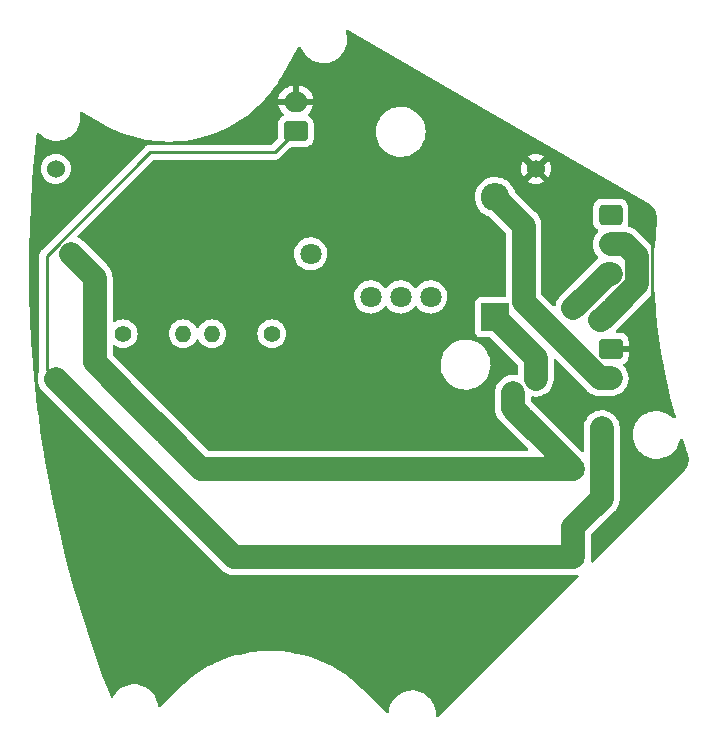
<source format=gbr>
%TF.GenerationSoftware,KiCad,Pcbnew,(6.0.5)*%
%TF.CreationDate,2023-02-27T23:38:09+09:00*%
%TF.ProjectId,Kiker_PSU,4b696b65-725f-4505-9355-2e6b69636164,rev?*%
%TF.SameCoordinates,Original*%
%TF.FileFunction,Copper,L1,Top*%
%TF.FilePolarity,Positive*%
%FSLAX46Y46*%
G04 Gerber Fmt 4.6, Leading zero omitted, Abs format (unit mm)*
G04 Created by KiCad (PCBNEW (6.0.5)) date 2023-02-27 23:38:09*
%MOMM*%
%LPD*%
G01*
G04 APERTURE LIST*
G04 Aperture macros list*
%AMRoundRect*
0 Rectangle with rounded corners*
0 $1 Rounding radius*
0 $2 $3 $4 $5 $6 $7 $8 $9 X,Y pos of 4 corners*
0 Add a 4 corners polygon primitive as box body*
4,1,4,$2,$3,$4,$5,$6,$7,$8,$9,$2,$3,0*
0 Add four circle primitives for the rounded corners*
1,1,$1+$1,$2,$3*
1,1,$1+$1,$4,$5*
1,1,$1+$1,$6,$7*
1,1,$1+$1,$8,$9*
0 Add four rect primitives between the rounded corners*
20,1,$1+$1,$2,$3,$4,$5,0*
20,1,$1+$1,$4,$5,$6,$7,0*
20,1,$1+$1,$6,$7,$8,$9,0*
20,1,$1+$1,$8,$9,$2,$3,0*%
G04 Aperture macros list end*
%TA.AperFunction,ComponentPad*%
%ADD10R,2.400000X2.400000*%
%TD*%
%TA.AperFunction,ComponentPad*%
%ADD11O,2.400000X2.400000*%
%TD*%
%TA.AperFunction,ComponentPad*%
%ADD12C,1.800000*%
%TD*%
%TA.AperFunction,ComponentPad*%
%ADD13C,1.524000*%
%TD*%
%TA.AperFunction,ComponentPad*%
%ADD14C,2.000000*%
%TD*%
%TA.AperFunction,ComponentPad*%
%ADD15RoundRect,0.250000X-0.725000X0.600000X-0.725000X-0.600000X0.725000X-0.600000X0.725000X0.600000X0*%
%TD*%
%TA.AperFunction,ComponentPad*%
%ADD16O,1.950000X1.700000*%
%TD*%
%TA.AperFunction,ComponentPad*%
%ADD17C,1.400000*%
%TD*%
%TA.AperFunction,ComponentPad*%
%ADD18O,1.400000X1.400000*%
%TD*%
%TA.AperFunction,ComponentPad*%
%ADD19RoundRect,0.250000X-0.750000X0.600000X-0.750000X-0.600000X0.750000X-0.600000X0.750000X0.600000X0*%
%TD*%
%TA.AperFunction,ComponentPad*%
%ADD20O,2.000000X1.700000*%
%TD*%
%TA.AperFunction,ComponentPad*%
%ADD21RoundRect,0.250000X0.750000X-0.600000X0.750000X0.600000X-0.750000X0.600000X-0.750000X-0.600000X0*%
%TD*%
%TA.AperFunction,ViaPad*%
%ADD22C,0.800000*%
%TD*%
%TA.AperFunction,Conductor*%
%ADD23C,0.250000*%
%TD*%
%TA.AperFunction,Conductor*%
%ADD24C,2.000000*%
%TD*%
G04 APERTURE END LIST*
D10*
%TO.P,D1,1,K*%
%TO.N,+12V*%
X150241000Y-92583000D03*
D11*
%TO.P,D1,2,A*%
%TO.N,Net-(D1-Pad2)*%
X150241000Y-82423000D03*
%TD*%
D12*
%TO.P,R3,1*%
%TO.N,Net-(C1-Pad2)*%
X114300000Y-87217500D03*
%TO.P,R3,2*%
%TO.N,Net-(Q1-Pad2)*%
X134620000Y-87217500D03*
%TD*%
D13*
%TO.P,U1,1,IN+*%
%TO.N,+12V*%
X153670000Y-97790000D03*
%TO.P,U1,2,IN-*%
%TO.N,GND*%
X153670000Y-80010000D03*
%TO.P,U1,3,OUT+*%
%TO.N,Net-(C1-Pad1)*%
X113030000Y-97790000D03*
%TO.P,U1,4,OUT-*%
%TO.N,Net-(Q1-Pad3)*%
X113030000Y-80010000D03*
%TD*%
D14*
%TO.P,C1,1*%
%TO.N,Net-(C1-Pad1)*%
X156845000Y-112903000D03*
%TO.P,C1,2*%
%TO.N,Net-(C1-Pad2)*%
X156845000Y-105403000D03*
%TD*%
D15*
%TO.P,Kiker,1,Pin_1*%
%TO.N,Net-(J2-Pad1)*%
X160020000Y-83900000D03*
D16*
%TO.P,Kiker,2,Pin_2*%
%TO.N,Net-(C1-Pad1)*%
X160020000Y-86400000D03*
%TO.P,Kiker,3,Pin_3*%
%TO.N,Net-(C1-Pad2)*%
X160020000Y-88900000D03*
%TD*%
D17*
%TO.P,R1,1*%
%TO.N,Net-(Q1-Pad3)*%
X118750000Y-93980000D03*
D18*
%TO.P,R1,2*%
%TO.N,Net-(Q1-Pad1)*%
X123830000Y-93980000D03*
%TD*%
D17*
%TO.P,R2,1*%
%TO.N,Net-(J2-Pad1)*%
X131318000Y-93980000D03*
D18*
%TO.P,R2,2*%
%TO.N,Net-(Q1-Pad1)*%
X126238000Y-93980000D03*
%TD*%
D12*
%TO.P,Q1,3,S*%
%TO.N,Net-(Q1-Pad3)*%
X144780000Y-90861000D03*
%TO.P,Q1,2,D*%
%TO.N,Net-(Q1-Pad2)*%
X142240000Y-90861000D03*
%TO.P,Q1,1,G*%
%TO.N,Net-(Q1-Pad1)*%
X139700000Y-90861000D03*
%TD*%
D19*
%TO.P,PSU,1,Pin_1*%
%TO.N,GND*%
X160020000Y-95250000D03*
D20*
%TO.P,PSU,2,Pin_2*%
%TO.N,Net-(D1-Pad2)*%
X160020000Y-97750000D03*
%TD*%
D21*
%TO.P,REF\u002A\u002A,1*%
%TO.N,Net-(C1-Pad1)*%
X133350000Y-76835000D03*
D20*
%TO.P,REF\u002A\u002A,2*%
%TO.N,GND*%
X133350000Y-74335000D03*
%TD*%
D22*
%TO.N,GND*%
X121158000Y-120523000D03*
X118110000Y-111633000D03*
X143002000Y-119507000D03*
X159004000Y-111633000D03*
X155702000Y-115062000D03*
X127254000Y-115316000D03*
X112141000Y-99949000D03*
X114046000Y-83947000D03*
X115697000Y-85598000D03*
X116840000Y-86868000D03*
X136525000Y-79883000D03*
X149098000Y-77343000D03*
X153162000Y-82423000D03*
X138684000Y-70104000D03*
X140970000Y-82804000D03*
X119634000Y-77978000D03*
X121539000Y-79756000D03*
%TO.N,Net-(C1-Pad1)*%
X114109500Y-98869500D03*
X148209000Y-112903000D03*
X118110000Y-102870000D03*
X144145000Y-112903000D03*
X158559500Y-108648500D03*
X137668000Y-112903000D03*
X133477000Y-112903000D03*
X135509000Y-112903000D03*
X115379500Y-100139500D03*
X139827000Y-112903000D03*
X159258000Y-104775000D03*
X160178295Y-91852295D03*
X127635000Y-112395000D03*
X150241000Y-112903000D03*
X123698000Y-108458000D03*
X125031500Y-109791500D03*
X159258000Y-103378000D03*
X162219520Y-88224480D03*
X159258000Y-107569000D03*
X141986000Y-112903000D03*
X121031000Y-105791000D03*
X156845000Y-110744000D03*
X126365000Y-111125000D03*
X129540000Y-112903000D03*
X161734500Y-86931500D03*
X146177000Y-112903000D03*
X131445000Y-112903000D03*
X154432000Y-112903000D03*
X159258000Y-101981000D03*
X161257795Y-90772795D03*
X152400000Y-112903000D03*
X159131000Y-92837000D03*
X162219520Y-89811071D03*
X116776500Y-101536500D03*
X122428000Y-107188000D03*
X159258000Y-106172000D03*
X119507000Y-104267000D03*
X157607000Y-109601000D03*
%TO.N,Net-(C1-Pad2)*%
X124523500Y-104584500D03*
X115585750Y-88503250D03*
X134246000Y-105403000D03*
X156728002Y-91958002D03*
X153737000Y-102295000D03*
X138437000Y-105403000D03*
X151733704Y-100107296D03*
X116332000Y-89789000D03*
X152026000Y-105403000D03*
X116332000Y-94615000D03*
X146565000Y-105403000D03*
X117538500Y-97599500D03*
X150121000Y-105403000D03*
X120015000Y-100076000D03*
X122364500Y-102425500D03*
X123507500Y-103568500D03*
X116332000Y-92964000D03*
X151708489Y-98862511D03*
X118745000Y-98806000D03*
X130563000Y-105403000D03*
X157734000Y-90932000D03*
X144914000Y-105403000D03*
X116332000Y-91313000D03*
X143009000Y-105403000D03*
X125857000Y-105410000D03*
X155007000Y-103565000D03*
X140723000Y-105403000D03*
X152530500Y-101088500D03*
X158760002Y-89926002D03*
X154058000Y-105403000D03*
X148343000Y-105403000D03*
X132341000Y-105403000D03*
X127381000Y-105410000D03*
X116332000Y-96393000D03*
X121221500Y-101282500D03*
X128905000Y-105410000D03*
X136278000Y-105403000D03*
%TO.N,GND*%
X163322000Y-91567000D03*
X161290000Y-99568000D03*
X118999000Y-82931000D03*
X146685000Y-89027000D03*
X161544000Y-93472000D03*
X163322000Y-85217000D03*
X116967000Y-81026000D03*
X164465000Y-99949000D03*
X162052000Y-82931000D03*
X159639000Y-81661000D03*
X150114000Y-85471000D03*
%TD*%
D23*
%TO.N,GND*%
X163544040Y-91344960D02*
X163322000Y-91567000D01*
X163544040Y-85439040D02*
X163544040Y-91344960D01*
X163322000Y-85217000D02*
X163544040Y-85439040D01*
D24*
%TO.N,Net-(C1-Pad1)*%
X162219520Y-87416520D02*
X162219520Y-88224480D01*
X158559500Y-108648500D02*
X159258000Y-107950000D01*
X131445000Y-112903000D02*
X133477000Y-112903000D01*
X148209000Y-112903000D02*
X150241000Y-112903000D01*
X127635000Y-112395000D02*
X128143000Y-112903000D01*
X135509000Y-112903000D02*
X137668000Y-112903000D01*
X156845000Y-110363000D02*
X157607000Y-109601000D01*
X156845000Y-110744000D02*
X156845000Y-110363000D01*
X154432000Y-112903000D02*
X156845000Y-112903000D01*
X116776500Y-101536500D02*
X118110000Y-102870000D01*
X122428000Y-107188000D02*
X123698000Y-108458000D01*
X119507000Y-104267000D02*
X121031000Y-105791000D01*
X159258000Y-104775000D02*
X159258000Y-103378000D01*
X159193591Y-92837000D02*
X159131000Y-92837000D01*
X150241000Y-112903000D02*
X152400000Y-112903000D01*
X160178295Y-91852295D02*
X159193591Y-92837000D01*
X133477000Y-112903000D02*
X135509000Y-112903000D01*
D23*
X113030000Y-97790000D02*
X112268001Y-97028001D01*
D24*
X115379500Y-100139500D02*
X116776500Y-101536500D01*
X159258000Y-103378000D02*
X159258000Y-101981000D01*
D23*
X131572000Y-78613000D02*
X133350000Y-76835000D01*
D24*
X157607000Y-109601000D02*
X158559500Y-108648500D01*
X125031500Y-109791500D02*
X126365000Y-111125000D01*
X139827000Y-112903000D02*
X141986000Y-112903000D01*
X137668000Y-112903000D02*
X139827000Y-112903000D01*
X113030000Y-97790000D02*
X114109500Y-98869500D01*
X159258000Y-107569000D02*
X159258000Y-106172000D01*
X146177000Y-112903000D02*
X148209000Y-112903000D01*
X162219520Y-88224480D02*
X162219520Y-89811071D01*
D23*
X121031000Y-78613000D02*
X131572000Y-78613000D01*
X112268001Y-87375999D02*
X121031000Y-78613000D01*
D24*
X129540000Y-112903000D02*
X131445000Y-112903000D01*
X161203000Y-86400000D02*
X161734500Y-86931500D01*
X161257795Y-90772795D02*
X160178295Y-91852295D01*
X156845000Y-112903000D02*
X156845000Y-110744000D01*
X128143000Y-112903000D02*
X129540000Y-112903000D01*
X126365000Y-111125000D02*
X127635000Y-112395000D01*
X161734500Y-86931500D02*
X162219520Y-87416520D01*
X160020000Y-86400000D02*
X161203000Y-86400000D01*
X159258000Y-107950000D02*
X159258000Y-107569000D01*
X141986000Y-112903000D02*
X144145000Y-112903000D01*
X114109500Y-98869500D02*
X115379500Y-100139500D01*
X152400000Y-112903000D02*
X154432000Y-112903000D01*
X159258000Y-106172000D02*
X159258000Y-104775000D01*
X162219520Y-89811071D02*
X161257795Y-90772795D01*
X118110000Y-102870000D02*
X119507000Y-104267000D01*
X144145000Y-112903000D02*
X146177000Y-112903000D01*
X123698000Y-108458000D02*
X125031500Y-109791500D01*
D23*
X112268001Y-97028001D02*
X112268001Y-87375999D01*
D24*
X121031000Y-105791000D02*
X122428000Y-107188000D01*
%TO.N,Net-(C1-Pad2)*%
X157734000Y-90932000D02*
X156845000Y-91821000D01*
X125857000Y-105410000D02*
X127381000Y-105410000D01*
X148343000Y-105403000D02*
X150121000Y-105403000D01*
X116332000Y-92964000D02*
X116332000Y-94615000D01*
X146565000Y-105403000D02*
X148343000Y-105403000D01*
X128905000Y-105410000D02*
X129286000Y-105410000D01*
X122364500Y-102425500D02*
X123507500Y-103568500D01*
X159766000Y-88900000D02*
X157734000Y-90932000D01*
X124523500Y-104584500D02*
X125349000Y-105410000D01*
X150121000Y-105403000D02*
X152026000Y-105403000D01*
X125349000Y-105410000D02*
X125857000Y-105410000D01*
X129293000Y-105403000D02*
X130563000Y-105403000D01*
X115585750Y-88503250D02*
X116332000Y-89249500D01*
X144914000Y-105403000D02*
X146565000Y-105403000D01*
X151733704Y-100291704D02*
X151733704Y-100107296D01*
X117538500Y-97599500D02*
X118745000Y-98806000D01*
X140723000Y-105403000D02*
X143009000Y-105403000D01*
X120015000Y-100076000D02*
X121221500Y-101282500D01*
X151733704Y-100107296D02*
X151733704Y-98964295D01*
X116332000Y-89249500D02*
X116332000Y-89789000D01*
X154058000Y-105403000D02*
X156845000Y-105403000D01*
X152530500Y-101088500D02*
X151733704Y-100291704D01*
X127381000Y-105410000D02*
X128905000Y-105410000D01*
X132341000Y-105403000D02*
X134246000Y-105403000D01*
X116332000Y-96393000D02*
X117538500Y-97599500D01*
X118745000Y-98806000D02*
X120015000Y-100076000D01*
X153737000Y-102295000D02*
X152530500Y-101088500D01*
X156845000Y-105403000D02*
X155007000Y-103565000D01*
X116332000Y-89789000D02*
X116332000Y-91313000D01*
X138437000Y-105403000D02*
X140723000Y-105403000D01*
X123507500Y-103568500D02*
X124523500Y-104584500D01*
X134246000Y-105403000D02*
X136278000Y-105403000D01*
X116332000Y-91313000D02*
X116332000Y-92964000D01*
X129286000Y-105410000D02*
X129293000Y-105403000D01*
X130563000Y-105403000D02*
X132341000Y-105403000D01*
X160020000Y-88900000D02*
X159766000Y-88900000D01*
X114300000Y-87217500D02*
X115585750Y-88503250D01*
X152026000Y-105403000D02*
X154058000Y-105403000D01*
X155007000Y-103565000D02*
X153737000Y-102295000D01*
X143009000Y-105403000D02*
X144914000Y-105403000D01*
X136278000Y-105403000D02*
X138437000Y-105403000D01*
X121221500Y-101282500D02*
X122364500Y-102425500D01*
X116332000Y-94615000D02*
X116332000Y-96393000D01*
%TO.N,+12V*%
X153670000Y-96012000D02*
X150241000Y-92583000D01*
X153670000Y-97790000D02*
X153670000Y-96012000D01*
%TO.N,Net-(D1-Pad2)*%
X152640511Y-84822511D02*
X150241000Y-82423000D01*
X160020000Y-97750000D02*
X159120070Y-97750000D01*
X159120070Y-97750000D02*
X152640511Y-91270441D01*
X152640511Y-91270441D02*
X152640511Y-84822511D01*
%TD*%
%TA.AperFunction,Conductor*%
%TO.N,GND*%
G36*
X137745766Y-68230540D02*
G01*
X137762769Y-68238725D01*
X149484508Y-75006237D01*
X163142889Y-82891864D01*
X163158920Y-82902850D01*
X163177615Y-82917906D01*
X163191877Y-82923827D01*
X163214148Y-82935823D01*
X163353720Y-83030209D01*
X163367784Y-83041254D01*
X163511414Y-83171542D01*
X163523779Y-83184472D01*
X163647513Y-83333794D01*
X163657921Y-83348346D01*
X163759252Y-83513679D01*
X163767493Y-83529555D01*
X163844281Y-83707332D01*
X163844391Y-83707586D01*
X163850300Y-83724470D01*
X163885474Y-83853764D01*
X163901205Y-83911591D01*
X163904663Y-83929140D01*
X163912930Y-83995734D01*
X163928553Y-84121587D01*
X163929491Y-84139454D01*
X163926587Y-84295445D01*
X163923238Y-84319644D01*
X163923509Y-84319693D01*
X163922642Y-84324476D01*
X163921405Y-84329190D01*
X163920125Y-84341677D01*
X163920380Y-84346543D01*
X163920325Y-84348757D01*
X163919999Y-84355204D01*
X163825496Y-85594341D01*
X163825457Y-85595152D01*
X163825456Y-85595162D01*
X163775405Y-86625983D01*
X163752123Y-86693053D01*
X163696275Y-86736889D01*
X163625594Y-86743573D01*
X163562519Y-86710983D01*
X163536305Y-86675106D01*
X163522174Y-86646132D01*
X163476877Y-86581920D01*
X163473219Y-86576434D01*
X163434049Y-86514234D01*
X163434048Y-86514233D01*
X163431353Y-86509953D01*
X163428012Y-86506164D01*
X163428008Y-86506158D01*
X163409622Y-86485303D01*
X163401176Y-86474608D01*
X163384529Y-86451010D01*
X163382246Y-86447773D01*
X163362611Y-86426270D01*
X163322895Y-86386554D01*
X163317476Y-86380784D01*
X163274170Y-86331662D01*
X163274167Y-86331659D01*
X163270822Y-86327865D01*
X163238531Y-86301341D01*
X163229412Y-86293071D01*
X162286675Y-85350334D01*
X162284221Y-85347812D01*
X162219138Y-85278988D01*
X162219135Y-85278986D01*
X162215668Y-85275319D01*
X162153239Y-85227589D01*
X162148108Y-85223448D01*
X162092133Y-85175809D01*
X162092132Y-85175808D01*
X162088280Y-85172530D01*
X162083955Y-85169911D01*
X162083950Y-85169907D01*
X162060176Y-85155509D01*
X162048929Y-85147837D01*
X162022826Y-85127880D01*
X161953592Y-85090757D01*
X161947868Y-85087493D01*
X161884966Y-85049398D01*
X161880642Y-85046779D01*
X161850181Y-85034472D01*
X161837841Y-85028692D01*
X161813350Y-85015560D01*
X161813351Y-85015560D01*
X161808891Y-85013169D01*
X161804110Y-85011523D01*
X161804106Y-85011521D01*
X161734599Y-84987588D01*
X161728421Y-84985278D01*
X161660266Y-84957742D01*
X161660267Y-84957742D01*
X161655571Y-84955845D01*
X161623539Y-84948568D01*
X161610441Y-84944837D01*
X161579369Y-84934138D01*
X161554098Y-84929773D01*
X161490376Y-84898468D01*
X161453695Y-84837682D01*
X161455952Y-84765945D01*
X161461785Y-84748361D01*
X161492797Y-84654861D01*
X161503500Y-84550400D01*
X161503500Y-83249600D01*
X161503163Y-83246350D01*
X161493238Y-83150692D01*
X161493237Y-83150688D01*
X161492526Y-83143834D01*
X161485904Y-83123984D01*
X161438868Y-82983002D01*
X161436550Y-82976054D01*
X161343478Y-82825652D01*
X161218303Y-82700695D01*
X161098953Y-82627126D01*
X161073968Y-82611725D01*
X161073966Y-82611724D01*
X161067738Y-82607885D01*
X160907254Y-82554655D01*
X160906389Y-82554368D01*
X160906387Y-82554368D01*
X160899861Y-82552203D01*
X160893025Y-82551503D01*
X160893022Y-82551502D01*
X160849969Y-82547091D01*
X160795400Y-82541500D01*
X159244600Y-82541500D01*
X159241354Y-82541837D01*
X159241350Y-82541837D01*
X159145692Y-82551762D01*
X159145688Y-82551763D01*
X159138834Y-82552474D01*
X159132298Y-82554655D01*
X159132296Y-82554655D01*
X159062671Y-82577884D01*
X158971054Y-82608450D01*
X158820652Y-82701522D01*
X158695695Y-82826697D01*
X158691855Y-82832927D01*
X158691854Y-82832928D01*
X158637352Y-82921347D01*
X158602885Y-82977262D01*
X158600581Y-82984209D01*
X158566466Y-83087064D01*
X158547203Y-83145139D01*
X158536500Y-83249600D01*
X158536500Y-84550400D01*
X158536837Y-84553646D01*
X158536837Y-84553650D01*
X158539119Y-84575639D01*
X158547474Y-84656166D01*
X158603450Y-84823946D01*
X158696522Y-84974348D01*
X158821697Y-85099305D01*
X158827927Y-85103145D01*
X158827928Y-85103146D01*
X158908469Y-85152792D01*
X158955962Y-85205564D01*
X158967386Y-85275636D01*
X158939112Y-85340760D01*
X158934415Y-85345991D01*
X158931345Y-85348698D01*
X158928135Y-85352606D01*
X158928134Y-85352607D01*
X158829441Y-85472759D01*
X158777266Y-85536278D01*
X158655159Y-85746078D01*
X158653346Y-85750801D01*
X158584224Y-85930873D01*
X158568167Y-85972702D01*
X158567133Y-85977652D01*
X158567132Y-85977655D01*
X158523256Y-86187681D01*
X158518526Y-86210320D01*
X158507514Y-86452817D01*
X158508095Y-86457837D01*
X158508095Y-86457841D01*
X158534008Y-86681792D01*
X158535415Y-86693956D01*
X158536791Y-86698820D01*
X158536792Y-86698823D01*
X158554679Y-86762033D01*
X158601510Y-86927532D01*
X158603644Y-86932108D01*
X158603646Y-86932114D01*
X158701962Y-87142954D01*
X158704099Y-87147536D01*
X158840544Y-87348307D01*
X158926092Y-87438772D01*
X158943632Y-87457320D01*
X158975903Y-87520558D01*
X158968863Y-87591205D01*
X158919226Y-87650513D01*
X158859433Y-87688167D01*
X158855644Y-87691508D01*
X158855638Y-87691512D01*
X158834783Y-87709898D01*
X158824088Y-87718344D01*
X158797253Y-87737274D01*
X158775750Y-87756909D01*
X158736034Y-87796625D01*
X158730264Y-87802044D01*
X158681142Y-87845350D01*
X158681139Y-87845353D01*
X158677345Y-87848698D01*
X158674135Y-87852606D01*
X158674134Y-87852607D01*
X158650821Y-87880989D01*
X158642551Y-87890108D01*
X155735195Y-90797464D01*
X155733569Y-90799374D01*
X155733563Y-90799381D01*
X155653482Y-90893476D01*
X155617530Y-90935720D01*
X155491779Y-91143358D01*
X155400845Y-91368429D01*
X155399725Y-91373359D01*
X155353477Y-91576922D01*
X155318880Y-91638918D01*
X155256257Y-91672369D01*
X155185491Y-91666653D01*
X155141513Y-91638102D01*
X154185916Y-90682505D01*
X154151890Y-90620193D01*
X154149011Y-90593410D01*
X154149011Y-84846527D01*
X154149060Y-84843009D01*
X154151704Y-84748361D01*
X154151704Y-84748358D01*
X154151845Y-84743306D01*
X154141452Y-84665413D01*
X154140752Y-84658864D01*
X154134857Y-84585588D01*
X154134856Y-84585584D01*
X154134451Y-84580546D01*
X154126612Y-84548633D01*
X154124084Y-84535249D01*
X154120409Y-84507705D01*
X154119740Y-84502691D01*
X154097033Y-84427482D01*
X154095292Y-84421119D01*
X154077755Y-84349720D01*
X154076548Y-84344805D01*
X154063710Y-84314559D01*
X154059072Y-84301748D01*
X154051041Y-84275149D01*
X154049578Y-84270303D01*
X154047360Y-84265755D01*
X154047357Y-84265748D01*
X154015140Y-84199693D01*
X154012404Y-84193691D01*
X153993152Y-84148336D01*
X153981699Y-84121355D01*
X153964192Y-84093555D01*
X153957563Y-84081645D01*
X153943165Y-84052123D01*
X153897868Y-83987911D01*
X153894210Y-83982425D01*
X153855040Y-83920225D01*
X153855039Y-83920224D01*
X153852344Y-83915944D01*
X153849003Y-83912155D01*
X153848999Y-83912149D01*
X153830613Y-83891294D01*
X153822167Y-83880599D01*
X153816939Y-83873188D01*
X153803237Y-83853764D01*
X153783602Y-83832261D01*
X153743886Y-83792545D01*
X153738467Y-83786775D01*
X153695161Y-83737653D01*
X153695158Y-83737650D01*
X153691813Y-83733856D01*
X153659522Y-83707332D01*
X153650403Y-83699062D01*
X151901985Y-81950644D01*
X151873647Y-81907216D01*
X151789084Y-81689762D01*
X151789083Y-81689760D01*
X151787391Y-81685409D01*
X151766866Y-81649498D01*
X151663702Y-81468997D01*
X151663700Y-81468995D01*
X151661383Y-81464940D01*
X151504171Y-81265517D01*
X151401329Y-81168773D01*
X151322610Y-81094722D01*
X151322608Y-81094720D01*
X151319209Y-81091523D01*
X151286421Y-81068777D01*
X152975777Y-81068777D01*
X152985074Y-81080793D01*
X153028069Y-81110898D01*
X153037555Y-81116376D01*
X153228993Y-81205645D01*
X153239285Y-81209391D01*
X153443309Y-81264059D01*
X153454104Y-81265962D01*
X153664525Y-81284372D01*
X153675475Y-81284372D01*
X153885896Y-81265962D01*
X153896691Y-81264059D01*
X154100715Y-81209391D01*
X154111007Y-81205645D01*
X154302445Y-81116376D01*
X154311931Y-81110898D01*
X154355764Y-81080207D01*
X154364139Y-81069729D01*
X154357071Y-81056281D01*
X153682812Y-80382022D01*
X153668868Y-80374408D01*
X153667035Y-80374539D01*
X153660420Y-80378790D01*
X152982207Y-81057003D01*
X152975777Y-81068777D01*
X151286421Y-81068777D01*
X151173060Y-80990136D01*
X151114393Y-80949437D01*
X151114390Y-80949435D01*
X151110561Y-80946779D01*
X151106384Y-80944719D01*
X151106377Y-80944715D01*
X150886996Y-80836528D01*
X150886992Y-80836527D01*
X150882810Y-80834464D01*
X150640960Y-80757047D01*
X150636355Y-80756297D01*
X150394935Y-80716980D01*
X150394934Y-80716980D01*
X150390323Y-80716229D01*
X150263365Y-80714567D01*
X150141083Y-80712966D01*
X150141080Y-80712966D01*
X150136406Y-80712905D01*
X149884787Y-80747149D01*
X149640993Y-80818208D01*
X149410380Y-80924522D01*
X149406471Y-80927085D01*
X149201928Y-81061189D01*
X149201923Y-81061193D01*
X149198015Y-81063755D01*
X149139058Y-81116376D01*
X149034315Y-81209863D01*
X149008562Y-81232848D01*
X148846183Y-81428087D01*
X148714447Y-81645182D01*
X148616246Y-81879365D01*
X148553738Y-82125490D01*
X148528296Y-82378151D01*
X148540480Y-82631798D01*
X148554349Y-82701522D01*
X148578218Y-82821517D01*
X148590021Y-82880857D01*
X148591600Y-82885255D01*
X148591602Y-82885262D01*
X148627128Y-82984209D01*
X148675831Y-83119858D01*
X148678048Y-83123984D01*
X148778763Y-83311424D01*
X148796025Y-83343551D01*
X148798820Y-83347294D01*
X148798822Y-83347297D01*
X148945171Y-83543282D01*
X148945176Y-83543288D01*
X148947963Y-83547020D01*
X148951272Y-83550300D01*
X148951277Y-83550306D01*
X149124990Y-83722509D01*
X149128307Y-83725797D01*
X149132069Y-83728555D01*
X149132072Y-83728558D01*
X149274955Y-83833324D01*
X149333094Y-83875953D01*
X149337229Y-83878129D01*
X149337233Y-83878131D01*
X149401891Y-83912149D01*
X149557827Y-83994191D01*
X149716603Y-84049638D01*
X149764156Y-84079497D01*
X151095106Y-85410447D01*
X151129132Y-85472759D01*
X151132011Y-85499542D01*
X151132011Y-90748500D01*
X151112009Y-90816621D01*
X151058353Y-90863114D01*
X151006011Y-90874500D01*
X148992866Y-90874500D01*
X148930684Y-90881255D01*
X148794295Y-90932385D01*
X148677739Y-91019739D01*
X148590385Y-91136295D01*
X148539255Y-91272684D01*
X148532500Y-91334866D01*
X148532500Y-93831134D01*
X148539255Y-93893316D01*
X148590385Y-94029705D01*
X148677739Y-94146261D01*
X148794295Y-94233615D01*
X148930684Y-94284745D01*
X148992866Y-94291500D01*
X149763969Y-94291500D01*
X149832090Y-94311502D01*
X149853064Y-94328405D01*
X152124595Y-96599937D01*
X152158621Y-96662249D01*
X152161500Y-96689032D01*
X152161500Y-97357523D01*
X152141498Y-97425644D01*
X152087842Y-97472137D01*
X152017568Y-97482241D01*
X152009734Y-97480860D01*
X151928338Y-97463856D01*
X151928339Y-97463856D01*
X151923384Y-97462821D01*
X151680887Y-97451809D01*
X151675867Y-97452390D01*
X151675863Y-97452390D01*
X151444775Y-97479128D01*
X151444771Y-97479129D01*
X151439748Y-97479710D01*
X151434884Y-97481086D01*
X151434881Y-97481087D01*
X151339140Y-97508179D01*
X151206172Y-97545805D01*
X151201596Y-97547939D01*
X151201590Y-97547941D01*
X150990750Y-97646257D01*
X150990746Y-97646259D01*
X150986168Y-97648394D01*
X150981987Y-97651235D01*
X150981986Y-97651236D01*
X150948428Y-97674042D01*
X150785397Y-97784839D01*
X150609023Y-97951627D01*
X150605945Y-97955653D01*
X150605944Y-97955654D01*
X150464657Y-98140449D01*
X150464654Y-98140453D01*
X150461584Y-98144469D01*
X150346873Y-98358404D01*
X150267842Y-98587926D01*
X150253126Y-98673124D01*
X150231266Y-98799685D01*
X150226525Y-98827131D01*
X150225204Y-98856220D01*
X150225204Y-100267688D01*
X150225155Y-100271206D01*
X150222370Y-100370909D01*
X150223039Y-100375923D01*
X150232762Y-100448790D01*
X150233463Y-100455351D01*
X150239319Y-100528132D01*
X150239764Y-100533669D01*
X150246510Y-100561134D01*
X150247601Y-100565574D01*
X150250130Y-100578962D01*
X150254475Y-100611524D01*
X150255936Y-100616365D01*
X150255937Y-100616367D01*
X150277182Y-100686733D01*
X150278923Y-100693094D01*
X150297667Y-100769410D01*
X150299645Y-100774070D01*
X150310505Y-100799655D01*
X150315142Y-100812465D01*
X150324637Y-100843912D01*
X150326855Y-100848460D01*
X150326858Y-100848467D01*
X150359075Y-100914522D01*
X150361811Y-100920524D01*
X150392516Y-100992860D01*
X150395208Y-100997134D01*
X150410023Y-101020660D01*
X150416649Y-101032564D01*
X150431050Y-101062092D01*
X150433969Y-101066229D01*
X150433969Y-101066230D01*
X150476345Y-101126301D01*
X150480005Y-101131790D01*
X150514012Y-101185791D01*
X150521871Y-101198271D01*
X150525212Y-101202060D01*
X150525216Y-101202066D01*
X150543602Y-101222921D01*
X150552048Y-101233616D01*
X150570978Y-101260451D01*
X150590613Y-101281954D01*
X150630329Y-101321670D01*
X150635748Y-101327440D01*
X150679054Y-101376562D01*
X150679057Y-101376565D01*
X150682402Y-101380359D01*
X150686310Y-101383569D01*
X150686311Y-101383570D01*
X150714693Y-101406883D01*
X150723812Y-101415153D01*
X152988064Y-103679405D01*
X153022090Y-103741717D01*
X153017025Y-103812532D01*
X152974478Y-103869368D01*
X152907958Y-103894179D01*
X152898969Y-103894500D01*
X129317001Y-103894500D01*
X129313482Y-103894451D01*
X129218849Y-103891807D01*
X129218846Y-103891807D01*
X129213794Y-103891666D01*
X129148387Y-103900393D01*
X129131725Y-103901500D01*
X126026031Y-103901500D01*
X125957910Y-103881498D01*
X125936936Y-103864595D01*
X118648430Y-96576089D01*
X145615869Y-96576089D01*
X145632418Y-96863103D01*
X145633243Y-96867308D01*
X145633244Y-96867316D01*
X145652980Y-96967910D01*
X145687766Y-97145215D01*
X145689153Y-97149265D01*
X145689154Y-97149270D01*
X145761902Y-97361747D01*
X145780890Y-97417206D01*
X145821401Y-97497754D01*
X145896091Y-97646257D01*
X145910065Y-97674042D01*
X145951346Y-97734106D01*
X146064039Y-97898075D01*
X146072901Y-97910970D01*
X146075788Y-97914143D01*
X146075789Y-97914144D01*
X146253840Y-98109820D01*
X146266386Y-98123608D01*
X146269681Y-98126363D01*
X146269682Y-98126364D01*
X146324667Y-98172338D01*
X146486939Y-98308018D01*
X146730478Y-98460791D01*
X146992498Y-98579097D01*
X146996617Y-98580317D01*
X147264037Y-98659531D01*
X147264042Y-98659532D01*
X147268150Y-98660749D01*
X147272384Y-98661397D01*
X147272389Y-98661398D01*
X147520991Y-98699439D01*
X147552333Y-98704235D01*
X147698665Y-98706534D01*
X147835497Y-98708684D01*
X147835503Y-98708684D01*
X147839788Y-98708751D01*
X147844040Y-98708236D01*
X147844048Y-98708236D01*
X148120936Y-98674728D01*
X148120941Y-98674727D01*
X148125197Y-98674212D01*
X148340882Y-98617628D01*
X148399134Y-98602346D01*
X148399135Y-98602346D01*
X148403277Y-98601259D01*
X148668884Y-98491241D01*
X148917102Y-98346194D01*
X149143339Y-98168802D01*
X149150535Y-98161377D01*
X149340424Y-97965426D01*
X149343407Y-97962348D01*
X149345940Y-97958900D01*
X149345944Y-97958895D01*
X149511067Y-97734106D01*
X149513605Y-97730651D01*
X149613968Y-97545805D01*
X149648734Y-97481775D01*
X149648735Y-97481773D01*
X149650784Y-97477999D01*
X149719826Y-97295286D01*
X149750887Y-97213086D01*
X149750888Y-97213082D01*
X149752405Y-97209068D01*
X149808860Y-96962570D01*
X149815629Y-96933017D01*
X149815630Y-96933013D01*
X149816587Y-96928833D01*
X149819076Y-96900951D01*
X149841923Y-96644946D01*
X149841923Y-96644944D01*
X149842143Y-96642480D01*
X149842607Y-96598220D01*
X149839773Y-96556647D01*
X149823345Y-96315672D01*
X149823344Y-96315666D01*
X149823053Y-96311395D01*
X149818516Y-96289484D01*
X149765623Y-96034075D01*
X149764754Y-96029878D01*
X149668787Y-95758877D01*
X149536930Y-95503408D01*
X149523668Y-95484537D01*
X149374084Y-95271702D01*
X149371621Y-95268197D01*
X149175920Y-95057598D01*
X148953448Y-94875507D01*
X148708322Y-94725293D01*
X148690228Y-94717350D01*
X148449010Y-94611463D01*
X148445078Y-94609737D01*
X148419143Y-94602349D01*
X148172714Y-94532152D01*
X148172715Y-94532152D01*
X148168586Y-94530976D01*
X147955884Y-94500705D01*
X147888216Y-94491074D01*
X147888214Y-94491074D01*
X147883964Y-94490469D01*
X147879675Y-94490447D01*
X147879668Y-94490446D01*
X147600763Y-94488985D01*
X147600756Y-94488985D01*
X147596477Y-94488963D01*
X147592233Y-94489522D01*
X147592229Y-94489522D01*
X147466840Y-94506030D01*
X147311446Y-94526488D01*
X147307306Y-94527621D01*
X147307304Y-94527621D01*
X147230491Y-94548635D01*
X147034144Y-94602349D01*
X147030196Y-94604033D01*
X146773656Y-94713457D01*
X146773652Y-94713459D01*
X146769704Y-94715143D01*
X146702667Y-94755264D01*
X146526701Y-94860577D01*
X146526697Y-94860580D01*
X146523019Y-94862781D01*
X146298652Y-95042533D01*
X146100757Y-95251071D01*
X145932994Y-95484537D01*
X145798468Y-95738612D01*
X145699669Y-96008593D01*
X145638425Y-96289484D01*
X145631987Y-96371284D01*
X145616376Y-96569648D01*
X145616375Y-96569648D01*
X145616376Y-96569650D01*
X145615869Y-96576089D01*
X118648430Y-96576089D01*
X117877405Y-95805064D01*
X117843379Y-95742752D01*
X117840500Y-95715969D01*
X117840500Y-95060510D01*
X117860502Y-94992389D01*
X117914158Y-94945896D01*
X117984432Y-94935792D01*
X118038768Y-94957296D01*
X118143442Y-95030589D01*
X118148420Y-95032910D01*
X118148423Y-95032912D01*
X118208103Y-95060741D01*
X118335090Y-95119956D01*
X118340398Y-95121378D01*
X118340400Y-95121379D01*
X118534030Y-95173262D01*
X118534032Y-95173262D01*
X118539345Y-95174686D01*
X118750000Y-95193116D01*
X118960655Y-95174686D01*
X118965968Y-95173262D01*
X118965970Y-95173262D01*
X119159600Y-95121379D01*
X119159602Y-95121378D01*
X119164910Y-95119956D01*
X119291897Y-95060741D01*
X119351577Y-95032912D01*
X119351580Y-95032910D01*
X119356558Y-95030589D01*
X119529776Y-94909301D01*
X119679301Y-94759776D01*
X119800589Y-94586558D01*
X119826508Y-94530976D01*
X119887633Y-94399892D01*
X119887634Y-94399891D01*
X119889956Y-94394910D01*
X119897050Y-94368437D01*
X119943262Y-94195970D01*
X119943262Y-94195968D01*
X119944686Y-94190655D01*
X119963116Y-93980000D01*
X122616884Y-93980000D01*
X122635314Y-94190655D01*
X122636738Y-94195968D01*
X122636738Y-94195970D01*
X122682951Y-94368437D01*
X122690044Y-94394910D01*
X122692366Y-94399891D01*
X122692367Y-94399892D01*
X122753493Y-94530976D01*
X122779411Y-94586558D01*
X122900699Y-94759776D01*
X123050224Y-94909301D01*
X123223442Y-95030589D01*
X123228420Y-95032910D01*
X123228423Y-95032912D01*
X123288103Y-95060741D01*
X123415090Y-95119956D01*
X123420398Y-95121378D01*
X123420400Y-95121379D01*
X123614030Y-95173262D01*
X123614032Y-95173262D01*
X123619345Y-95174686D01*
X123830000Y-95193116D01*
X124040655Y-95174686D01*
X124045968Y-95173262D01*
X124045970Y-95173262D01*
X124239600Y-95121379D01*
X124239602Y-95121378D01*
X124244910Y-95119956D01*
X124371897Y-95060741D01*
X124431577Y-95032912D01*
X124431580Y-95032910D01*
X124436558Y-95030589D01*
X124609776Y-94909301D01*
X124759301Y-94759776D01*
X124880589Y-94586558D01*
X124919805Y-94502459D01*
X124966722Y-94449174D01*
X125035000Y-94429713D01*
X125102959Y-94450255D01*
X125148195Y-94502459D01*
X125187411Y-94586558D01*
X125308699Y-94759776D01*
X125458224Y-94909301D01*
X125631442Y-95030589D01*
X125636420Y-95032910D01*
X125636423Y-95032912D01*
X125696103Y-95060741D01*
X125823090Y-95119956D01*
X125828398Y-95121378D01*
X125828400Y-95121379D01*
X126022030Y-95173262D01*
X126022032Y-95173262D01*
X126027345Y-95174686D01*
X126238000Y-95193116D01*
X126448655Y-95174686D01*
X126453968Y-95173262D01*
X126453970Y-95173262D01*
X126647600Y-95121379D01*
X126647602Y-95121378D01*
X126652910Y-95119956D01*
X126779897Y-95060741D01*
X126839577Y-95032912D01*
X126839580Y-95032910D01*
X126844558Y-95030589D01*
X127017776Y-94909301D01*
X127167301Y-94759776D01*
X127288589Y-94586558D01*
X127314508Y-94530976D01*
X127375633Y-94399892D01*
X127375634Y-94399891D01*
X127377956Y-94394910D01*
X127385050Y-94368437D01*
X127431262Y-94195970D01*
X127431262Y-94195968D01*
X127432686Y-94190655D01*
X127451116Y-93980000D01*
X130104884Y-93980000D01*
X130123314Y-94190655D01*
X130124738Y-94195968D01*
X130124738Y-94195970D01*
X130170951Y-94368437D01*
X130178044Y-94394910D01*
X130180366Y-94399891D01*
X130180367Y-94399892D01*
X130241493Y-94530976D01*
X130267411Y-94586558D01*
X130388699Y-94759776D01*
X130538224Y-94909301D01*
X130711442Y-95030589D01*
X130716420Y-95032910D01*
X130716423Y-95032912D01*
X130776103Y-95060741D01*
X130903090Y-95119956D01*
X130908398Y-95121378D01*
X130908400Y-95121379D01*
X131102030Y-95173262D01*
X131102032Y-95173262D01*
X131107345Y-95174686D01*
X131318000Y-95193116D01*
X131528655Y-95174686D01*
X131533968Y-95173262D01*
X131533970Y-95173262D01*
X131727600Y-95121379D01*
X131727602Y-95121378D01*
X131732910Y-95119956D01*
X131859897Y-95060741D01*
X131919577Y-95032912D01*
X131919580Y-95032910D01*
X131924558Y-95030589D01*
X132097776Y-94909301D01*
X132247301Y-94759776D01*
X132368589Y-94586558D01*
X132394508Y-94530976D01*
X132455633Y-94399892D01*
X132455634Y-94399891D01*
X132457956Y-94394910D01*
X132465050Y-94368437D01*
X132511262Y-94195970D01*
X132511262Y-94195968D01*
X132512686Y-94190655D01*
X132531116Y-93980000D01*
X132512686Y-93769345D01*
X132457956Y-93565090D01*
X132441727Y-93530287D01*
X132370912Y-93378423D01*
X132370910Y-93378420D01*
X132368589Y-93373442D01*
X132247301Y-93200224D01*
X132097776Y-93050699D01*
X131924558Y-92929411D01*
X131919580Y-92927090D01*
X131919577Y-92927088D01*
X131737892Y-92842367D01*
X131737891Y-92842366D01*
X131732910Y-92840044D01*
X131727602Y-92838622D01*
X131727600Y-92838621D01*
X131533970Y-92786738D01*
X131533968Y-92786738D01*
X131528655Y-92785314D01*
X131318000Y-92766884D01*
X131107345Y-92785314D01*
X131102032Y-92786738D01*
X131102030Y-92786738D01*
X130908400Y-92838621D01*
X130908398Y-92838622D01*
X130903090Y-92840044D01*
X130898109Y-92842366D01*
X130898108Y-92842367D01*
X130716423Y-92927088D01*
X130716420Y-92927090D01*
X130711442Y-92929411D01*
X130538224Y-93050699D01*
X130388699Y-93200224D01*
X130267411Y-93373442D01*
X130265090Y-93378420D01*
X130265088Y-93378423D01*
X130194273Y-93530287D01*
X130178044Y-93565090D01*
X130123314Y-93769345D01*
X130104884Y-93980000D01*
X127451116Y-93980000D01*
X127432686Y-93769345D01*
X127377956Y-93565090D01*
X127361727Y-93530287D01*
X127290912Y-93378423D01*
X127290910Y-93378420D01*
X127288589Y-93373442D01*
X127167301Y-93200224D01*
X127017776Y-93050699D01*
X126844558Y-92929411D01*
X126839580Y-92927090D01*
X126839577Y-92927088D01*
X126657892Y-92842367D01*
X126657891Y-92842366D01*
X126652910Y-92840044D01*
X126647602Y-92838622D01*
X126647600Y-92838621D01*
X126453970Y-92786738D01*
X126453968Y-92786738D01*
X126448655Y-92785314D01*
X126238000Y-92766884D01*
X126027345Y-92785314D01*
X126022032Y-92786738D01*
X126022030Y-92786738D01*
X125828400Y-92838621D01*
X125828398Y-92838622D01*
X125823090Y-92840044D01*
X125818109Y-92842366D01*
X125818108Y-92842367D01*
X125636423Y-92927088D01*
X125636420Y-92927090D01*
X125631442Y-92929411D01*
X125458224Y-93050699D01*
X125308699Y-93200224D01*
X125187411Y-93373442D01*
X125185090Y-93378420D01*
X125185088Y-93378423D01*
X125148195Y-93457541D01*
X125101278Y-93510826D01*
X125033000Y-93530287D01*
X124965041Y-93509745D01*
X124919805Y-93457541D01*
X124882912Y-93378423D01*
X124882910Y-93378420D01*
X124880589Y-93373442D01*
X124759301Y-93200224D01*
X124609776Y-93050699D01*
X124436558Y-92929411D01*
X124431580Y-92927090D01*
X124431577Y-92927088D01*
X124249892Y-92842367D01*
X124249891Y-92842366D01*
X124244910Y-92840044D01*
X124239602Y-92838622D01*
X124239600Y-92838621D01*
X124045970Y-92786738D01*
X124045968Y-92786738D01*
X124040655Y-92785314D01*
X123830000Y-92766884D01*
X123619345Y-92785314D01*
X123614032Y-92786738D01*
X123614030Y-92786738D01*
X123420400Y-92838621D01*
X123420398Y-92838622D01*
X123415090Y-92840044D01*
X123410109Y-92842366D01*
X123410108Y-92842367D01*
X123228423Y-92927088D01*
X123228420Y-92927090D01*
X123223442Y-92929411D01*
X123050224Y-93050699D01*
X122900699Y-93200224D01*
X122779411Y-93373442D01*
X122777090Y-93378420D01*
X122777088Y-93378423D01*
X122706273Y-93530287D01*
X122690044Y-93565090D01*
X122635314Y-93769345D01*
X122616884Y-93980000D01*
X119963116Y-93980000D01*
X119944686Y-93769345D01*
X119889956Y-93565090D01*
X119873727Y-93530287D01*
X119802912Y-93378423D01*
X119802910Y-93378420D01*
X119800589Y-93373442D01*
X119679301Y-93200224D01*
X119529776Y-93050699D01*
X119356558Y-92929411D01*
X119351580Y-92927090D01*
X119351577Y-92927088D01*
X119169892Y-92842367D01*
X119169891Y-92842366D01*
X119164910Y-92840044D01*
X119159602Y-92838622D01*
X119159600Y-92838621D01*
X118965970Y-92786738D01*
X118965968Y-92786738D01*
X118960655Y-92785314D01*
X118750000Y-92766884D01*
X118539345Y-92785314D01*
X118534032Y-92786738D01*
X118534030Y-92786738D01*
X118340400Y-92838621D01*
X118340398Y-92838622D01*
X118335090Y-92840044D01*
X118330109Y-92842366D01*
X118330108Y-92842367D01*
X118148423Y-92927088D01*
X118148420Y-92927090D01*
X118143442Y-92929411D01*
X118038768Y-93002704D01*
X117971497Y-93025391D01*
X117902636Y-93008106D01*
X117854052Y-92956336D01*
X117840500Y-92899490D01*
X117840500Y-90826469D01*
X138287095Y-90826469D01*
X138287392Y-90831622D01*
X138287392Y-90831625D01*
X138293020Y-90929233D01*
X138300427Y-91057697D01*
X138301564Y-91062743D01*
X138301565Y-91062749D01*
X138333741Y-91205523D01*
X138351346Y-91283642D01*
X138353288Y-91288424D01*
X138353289Y-91288428D01*
X138428467Y-91473568D01*
X138438484Y-91498237D01*
X138559501Y-91695719D01*
X138711147Y-91870784D01*
X138889349Y-92018730D01*
X139089322Y-92135584D01*
X139305694Y-92218209D01*
X139310760Y-92219240D01*
X139310761Y-92219240D01*
X139363846Y-92230040D01*
X139532656Y-92264385D01*
X139663324Y-92269176D01*
X139758949Y-92272683D01*
X139758953Y-92272683D01*
X139764113Y-92272872D01*
X139769233Y-92272216D01*
X139769235Y-92272216D01*
X139842270Y-92262860D01*
X139993847Y-92243442D01*
X139998795Y-92241957D01*
X139998802Y-92241956D01*
X140210747Y-92178369D01*
X140215690Y-92176886D01*
X140296236Y-92137427D01*
X140419049Y-92077262D01*
X140419052Y-92077260D01*
X140423684Y-92074991D01*
X140612243Y-91940494D01*
X140776303Y-91777005D01*
X140779319Y-91772808D01*
X140779326Y-91772800D01*
X140866960Y-91650844D01*
X140922954Y-91607196D01*
X140993658Y-91600750D01*
X141056622Y-91633553D01*
X141076715Y-91658536D01*
X141096800Y-91691313D01*
X141096804Y-91691318D01*
X141099501Y-91695719D01*
X141251147Y-91870784D01*
X141429349Y-92018730D01*
X141629322Y-92135584D01*
X141845694Y-92218209D01*
X141850760Y-92219240D01*
X141850761Y-92219240D01*
X141903846Y-92230040D01*
X142072656Y-92264385D01*
X142203324Y-92269176D01*
X142298949Y-92272683D01*
X142298953Y-92272683D01*
X142304113Y-92272872D01*
X142309233Y-92272216D01*
X142309235Y-92272216D01*
X142382270Y-92262860D01*
X142533847Y-92243442D01*
X142538795Y-92241957D01*
X142538802Y-92241956D01*
X142750747Y-92178369D01*
X142755690Y-92176886D01*
X142836236Y-92137427D01*
X142959049Y-92077262D01*
X142959052Y-92077260D01*
X142963684Y-92074991D01*
X143152243Y-91940494D01*
X143316303Y-91777005D01*
X143319319Y-91772808D01*
X143319326Y-91772800D01*
X143406960Y-91650844D01*
X143462954Y-91607196D01*
X143533658Y-91600750D01*
X143596622Y-91633553D01*
X143616715Y-91658536D01*
X143636800Y-91691313D01*
X143636804Y-91691318D01*
X143639501Y-91695719D01*
X143791147Y-91870784D01*
X143969349Y-92018730D01*
X144169322Y-92135584D01*
X144385694Y-92218209D01*
X144390760Y-92219240D01*
X144390761Y-92219240D01*
X144443846Y-92230040D01*
X144612656Y-92264385D01*
X144743324Y-92269176D01*
X144838949Y-92272683D01*
X144838953Y-92272683D01*
X144844113Y-92272872D01*
X144849233Y-92272216D01*
X144849235Y-92272216D01*
X144922270Y-92262860D01*
X145073847Y-92243442D01*
X145078795Y-92241957D01*
X145078802Y-92241956D01*
X145290747Y-92178369D01*
X145295690Y-92176886D01*
X145376236Y-92137427D01*
X145499049Y-92077262D01*
X145499052Y-92077260D01*
X145503684Y-92074991D01*
X145692243Y-91940494D01*
X145856303Y-91777005D01*
X145991458Y-91588917D01*
X145997387Y-91576922D01*
X146091784Y-91385922D01*
X146091785Y-91385920D01*
X146094078Y-91381280D01*
X146161408Y-91159671D01*
X146191640Y-90930041D01*
X146192503Y-90894729D01*
X146193245Y-90864365D01*
X146193245Y-90864361D01*
X146193327Y-90861000D01*
X146180108Y-90700210D01*
X146174773Y-90635318D01*
X146174772Y-90635312D01*
X146174349Y-90630167D01*
X146131222Y-90458471D01*
X146119184Y-90410544D01*
X146119183Y-90410540D01*
X146117925Y-90405533D01*
X146115866Y-90400797D01*
X146027630Y-90197868D01*
X146027628Y-90197865D01*
X146025570Y-90193131D01*
X145899764Y-89998665D01*
X145743887Y-89827358D01*
X145739836Y-89824159D01*
X145739832Y-89824155D01*
X145566177Y-89687011D01*
X145566172Y-89687008D01*
X145562123Y-89683810D01*
X145557607Y-89681317D01*
X145557604Y-89681315D01*
X145363879Y-89574373D01*
X145363875Y-89574371D01*
X145359355Y-89571876D01*
X145354486Y-89570152D01*
X145354482Y-89570150D01*
X145145903Y-89496288D01*
X145145899Y-89496287D01*
X145141028Y-89494562D01*
X145135935Y-89493655D01*
X145135932Y-89493654D01*
X144918095Y-89454851D01*
X144918089Y-89454850D01*
X144913006Y-89453945D01*
X144840096Y-89453054D01*
X144686581Y-89451179D01*
X144686579Y-89451179D01*
X144681411Y-89451116D01*
X144452464Y-89486150D01*
X144232314Y-89558106D01*
X144227726Y-89560494D01*
X144227722Y-89560496D01*
X144201065Y-89574373D01*
X144026872Y-89665052D01*
X144022739Y-89668155D01*
X144022736Y-89668157D01*
X143845790Y-89801012D01*
X143841655Y-89804117D01*
X143838083Y-89807855D01*
X143724674Y-89926531D01*
X143681639Y-89971564D01*
X143614306Y-90070271D01*
X143559397Y-90115271D01*
X143488872Y-90123442D01*
X143425125Y-90092188D01*
X143404428Y-90067705D01*
X143378048Y-90026927D01*
X143359764Y-89998665D01*
X143203887Y-89827358D01*
X143199836Y-89824159D01*
X143199832Y-89824155D01*
X143026177Y-89687011D01*
X143026172Y-89687008D01*
X143022123Y-89683810D01*
X143017607Y-89681317D01*
X143017604Y-89681315D01*
X142823879Y-89574373D01*
X142823875Y-89574371D01*
X142819355Y-89571876D01*
X142814486Y-89570152D01*
X142814482Y-89570150D01*
X142605903Y-89496288D01*
X142605899Y-89496287D01*
X142601028Y-89494562D01*
X142595935Y-89493655D01*
X142595932Y-89493654D01*
X142378095Y-89454851D01*
X142378089Y-89454850D01*
X142373006Y-89453945D01*
X142300096Y-89453054D01*
X142146581Y-89451179D01*
X142146579Y-89451179D01*
X142141411Y-89451116D01*
X141912464Y-89486150D01*
X141692314Y-89558106D01*
X141687726Y-89560494D01*
X141687722Y-89560496D01*
X141661065Y-89574373D01*
X141486872Y-89665052D01*
X141482739Y-89668155D01*
X141482736Y-89668157D01*
X141305790Y-89801012D01*
X141301655Y-89804117D01*
X141298083Y-89807855D01*
X141184674Y-89926531D01*
X141141639Y-89971564D01*
X141074306Y-90070271D01*
X141019397Y-90115271D01*
X140948872Y-90123442D01*
X140885125Y-90092188D01*
X140864428Y-90067705D01*
X140838048Y-90026927D01*
X140819764Y-89998665D01*
X140663887Y-89827358D01*
X140659836Y-89824159D01*
X140659832Y-89824155D01*
X140486177Y-89687011D01*
X140486172Y-89687008D01*
X140482123Y-89683810D01*
X140477607Y-89681317D01*
X140477604Y-89681315D01*
X140283879Y-89574373D01*
X140283875Y-89574371D01*
X140279355Y-89571876D01*
X140274486Y-89570152D01*
X140274482Y-89570150D01*
X140065903Y-89496288D01*
X140065899Y-89496287D01*
X140061028Y-89494562D01*
X140055935Y-89493655D01*
X140055932Y-89493654D01*
X139838095Y-89454851D01*
X139838089Y-89454850D01*
X139833006Y-89453945D01*
X139760096Y-89453054D01*
X139606581Y-89451179D01*
X139606579Y-89451179D01*
X139601411Y-89451116D01*
X139372464Y-89486150D01*
X139152314Y-89558106D01*
X139147726Y-89560494D01*
X139147722Y-89560496D01*
X139121065Y-89574373D01*
X138946872Y-89665052D01*
X138942739Y-89668155D01*
X138942736Y-89668157D01*
X138765790Y-89801012D01*
X138761655Y-89804117D01*
X138758083Y-89807855D01*
X138644674Y-89926531D01*
X138601639Y-89971564D01*
X138598730Y-89975829D01*
X138598724Y-89975837D01*
X138583152Y-89998665D01*
X138471119Y-90162899D01*
X138373602Y-90372981D01*
X138311707Y-90596169D01*
X138287095Y-90826469D01*
X117840500Y-90826469D01*
X117840500Y-89273516D01*
X117840549Y-89269998D01*
X117843193Y-89175350D01*
X117843193Y-89175347D01*
X117843334Y-89170295D01*
X117832941Y-89092402D01*
X117832241Y-89085853D01*
X117826346Y-89012577D01*
X117826345Y-89012573D01*
X117825940Y-89007535D01*
X117818101Y-88975622D01*
X117815573Y-88962238D01*
X117811898Y-88934694D01*
X117811229Y-88929680D01*
X117788522Y-88854471D01*
X117786781Y-88848108D01*
X117785720Y-88843788D01*
X117768037Y-88771794D01*
X117755199Y-88741548D01*
X117750561Y-88728737D01*
X117742530Y-88702138D01*
X117741067Y-88697292D01*
X117738849Y-88692744D01*
X117738846Y-88692737D01*
X117706629Y-88626682D01*
X117703893Y-88620680D01*
X117675162Y-88552995D01*
X117673188Y-88548344D01*
X117655681Y-88520544D01*
X117649052Y-88508634D01*
X117634654Y-88479112D01*
X117589357Y-88414900D01*
X117585699Y-88409414D01*
X117546529Y-88347214D01*
X117546528Y-88347213D01*
X117543833Y-88342933D01*
X117540492Y-88339144D01*
X117540488Y-88339138D01*
X117522102Y-88318283D01*
X117513656Y-88307588D01*
X117511574Y-88304637D01*
X117494726Y-88280753D01*
X117475091Y-88259250D01*
X117435375Y-88219534D01*
X117429956Y-88213764D01*
X117386650Y-88164642D01*
X117386647Y-88164639D01*
X117383302Y-88160845D01*
X117351011Y-88134321D01*
X117341892Y-88126051D01*
X116398810Y-87182969D01*
X133207095Y-87182969D01*
X133207392Y-87188122D01*
X133207392Y-87188125D01*
X133215994Y-87337315D01*
X133220427Y-87414197D01*
X133221564Y-87419243D01*
X133221565Y-87419249D01*
X133245326Y-87524681D01*
X133271346Y-87640142D01*
X133273288Y-87644924D01*
X133273289Y-87644928D01*
X133354672Y-87845350D01*
X133358484Y-87854737D01*
X133479501Y-88052219D01*
X133631147Y-88227284D01*
X133809349Y-88375230D01*
X134009322Y-88492084D01*
X134225694Y-88574709D01*
X134230760Y-88575740D01*
X134230761Y-88575740D01*
X134283846Y-88586540D01*
X134452656Y-88620885D01*
X134583324Y-88625676D01*
X134678949Y-88629183D01*
X134678953Y-88629183D01*
X134684113Y-88629372D01*
X134689233Y-88628716D01*
X134689235Y-88628716D01*
X134762270Y-88619360D01*
X134913847Y-88599942D01*
X134918795Y-88598457D01*
X134918802Y-88598456D01*
X135130747Y-88534869D01*
X135135690Y-88533386D01*
X135173686Y-88514772D01*
X135339049Y-88433762D01*
X135339052Y-88433760D01*
X135343684Y-88431491D01*
X135532243Y-88296994D01*
X135696303Y-88133505D01*
X135831458Y-87945417D01*
X135858794Y-87890108D01*
X135931784Y-87742422D01*
X135931785Y-87742420D01*
X135934078Y-87737780D01*
X136001408Y-87516171D01*
X136031640Y-87286541D01*
X136033327Y-87217500D01*
X136023419Y-87096988D01*
X136014773Y-86991818D01*
X136014772Y-86991812D01*
X136014349Y-86986667D01*
X135957925Y-86762033D01*
X135955866Y-86757297D01*
X135867630Y-86554368D01*
X135867628Y-86554365D01*
X135865570Y-86549631D01*
X135739764Y-86355165D01*
X135583887Y-86183858D01*
X135579836Y-86180659D01*
X135579832Y-86180655D01*
X135406177Y-86043511D01*
X135406172Y-86043508D01*
X135402123Y-86040310D01*
X135397607Y-86037817D01*
X135397604Y-86037815D01*
X135203879Y-85930873D01*
X135203875Y-85930871D01*
X135199355Y-85928376D01*
X135194486Y-85926652D01*
X135194482Y-85926650D01*
X134985903Y-85852788D01*
X134985899Y-85852787D01*
X134981028Y-85851062D01*
X134975935Y-85850155D01*
X134975932Y-85850154D01*
X134758095Y-85811351D01*
X134758089Y-85811350D01*
X134753006Y-85810445D01*
X134680096Y-85809554D01*
X134526581Y-85807679D01*
X134526579Y-85807679D01*
X134521411Y-85807616D01*
X134292464Y-85842650D01*
X134072314Y-85914606D01*
X134067726Y-85916994D01*
X134067722Y-85916996D01*
X133932456Y-85987411D01*
X133866872Y-86021552D01*
X133862739Y-86024655D01*
X133862736Y-86024657D01*
X133685790Y-86157512D01*
X133681655Y-86160617D01*
X133521639Y-86328064D01*
X133518725Y-86332336D01*
X133518724Y-86332337D01*
X133503152Y-86355165D01*
X133391119Y-86519399D01*
X133293602Y-86729481D01*
X133231707Y-86952669D01*
X133207095Y-87182969D01*
X116398810Y-87182969D01*
X115323536Y-86107695D01*
X115321626Y-86106069D01*
X115321619Y-86106063D01*
X115189132Y-85993308D01*
X115189130Y-85993306D01*
X115185280Y-85990030D01*
X114977642Y-85864279D01*
X114939035Y-85848681D01*
X114883370Y-85804619D01*
X114860361Y-85737454D01*
X114877318Y-85668512D01*
X114897142Y-85642762D01*
X120524430Y-80015475D01*
X152395628Y-80015475D01*
X152414038Y-80225896D01*
X152415941Y-80236691D01*
X152470609Y-80440715D01*
X152474355Y-80451007D01*
X152563623Y-80642441D01*
X152569103Y-80651932D01*
X152599794Y-80695765D01*
X152610271Y-80704140D01*
X152623718Y-80697072D01*
X153297978Y-80022812D01*
X153304356Y-80011132D01*
X154034408Y-80011132D01*
X154034539Y-80012965D01*
X154038790Y-80019580D01*
X154717003Y-80697793D01*
X154728777Y-80704223D01*
X154740793Y-80694926D01*
X154770897Y-80651932D01*
X154776377Y-80642441D01*
X154865645Y-80451007D01*
X154869391Y-80440715D01*
X154924059Y-80236691D01*
X154925962Y-80225896D01*
X154944372Y-80015475D01*
X154944372Y-80004525D01*
X154925962Y-79794104D01*
X154924059Y-79783309D01*
X154869391Y-79579285D01*
X154865645Y-79568993D01*
X154776377Y-79377559D01*
X154770897Y-79368068D01*
X154740206Y-79324235D01*
X154729729Y-79315860D01*
X154716282Y-79322928D01*
X154042022Y-79997188D01*
X154034408Y-80011132D01*
X153304356Y-80011132D01*
X153305592Y-80008868D01*
X153305461Y-80007035D01*
X153301210Y-80000420D01*
X152622997Y-79322207D01*
X152611223Y-79315777D01*
X152599207Y-79325074D01*
X152569103Y-79368068D01*
X152563623Y-79377559D01*
X152474355Y-79568993D01*
X152470609Y-79579285D01*
X152415941Y-79783309D01*
X152414038Y-79794104D01*
X152395628Y-80004525D01*
X152395628Y-80015475D01*
X120524430Y-80015475D01*
X121256500Y-79283405D01*
X121318812Y-79249379D01*
X121345595Y-79246500D01*
X131493233Y-79246500D01*
X131504416Y-79247027D01*
X131511909Y-79248702D01*
X131519835Y-79248453D01*
X131519836Y-79248453D01*
X131579986Y-79246562D01*
X131583945Y-79246500D01*
X131611856Y-79246500D01*
X131615791Y-79246003D01*
X131615856Y-79245995D01*
X131627693Y-79245062D01*
X131659951Y-79244048D01*
X131663970Y-79243922D01*
X131671889Y-79243673D01*
X131691343Y-79238021D01*
X131710700Y-79234013D01*
X131722930Y-79232468D01*
X131722931Y-79232468D01*
X131730797Y-79231474D01*
X131738168Y-79228555D01*
X131738170Y-79228555D01*
X131771912Y-79215196D01*
X131783142Y-79211351D01*
X131817983Y-79201229D01*
X131817984Y-79201229D01*
X131825593Y-79199018D01*
X131832412Y-79194985D01*
X131832417Y-79194983D01*
X131843028Y-79188707D01*
X131860776Y-79180012D01*
X131879617Y-79172552D01*
X131915387Y-79146564D01*
X131925307Y-79140048D01*
X131956535Y-79121580D01*
X131956538Y-79121578D01*
X131963362Y-79117542D01*
X131977683Y-79103221D01*
X131992717Y-79090380D01*
X132002694Y-79083131D01*
X132009107Y-79078472D01*
X132037298Y-79044395D01*
X132045288Y-79035616D01*
X132850499Y-78230405D01*
X132912811Y-78196379D01*
X132939594Y-78193500D01*
X134150400Y-78193500D01*
X134153646Y-78193163D01*
X134153650Y-78193163D01*
X134249308Y-78183238D01*
X134249312Y-78183237D01*
X134256166Y-78182526D01*
X134262702Y-78180345D01*
X134262704Y-78180345D01*
X134396760Y-78135620D01*
X134423946Y-78126550D01*
X134574348Y-78033478D01*
X134626797Y-77980938D01*
X134694134Y-77913483D01*
X134699305Y-77908303D01*
X134711737Y-77888135D01*
X134788275Y-77763968D01*
X134788276Y-77763966D01*
X134792115Y-77757738D01*
X134838900Y-77616684D01*
X134845632Y-77596389D01*
X134845632Y-77596387D01*
X134847797Y-77589861D01*
X134858500Y-77485400D01*
X134858500Y-76868869D01*
X140126689Y-76868869D01*
X140143238Y-77155883D01*
X140144063Y-77160088D01*
X140144064Y-77160096D01*
X140164564Y-77264585D01*
X140198586Y-77437995D01*
X140199973Y-77442045D01*
X140199974Y-77442050D01*
X140290321Y-77705930D01*
X140291710Y-77709986D01*
X140293637Y-77713817D01*
X140381310Y-77888135D01*
X140420885Y-77966822D01*
X140518229Y-78108458D01*
X140569624Y-78183238D01*
X140583721Y-78203750D01*
X140777206Y-78416388D01*
X140780501Y-78419143D01*
X140780502Y-78419144D01*
X140831258Y-78461582D01*
X140997759Y-78600798D01*
X141241298Y-78753571D01*
X141503318Y-78871877D01*
X141507437Y-78873097D01*
X141774857Y-78952311D01*
X141774862Y-78952312D01*
X141778970Y-78953529D01*
X141783204Y-78954177D01*
X141783209Y-78954178D01*
X142031811Y-78992219D01*
X142063153Y-78997015D01*
X142209485Y-78999314D01*
X142346317Y-79001464D01*
X142346323Y-79001464D01*
X142350608Y-79001531D01*
X142354860Y-79001016D01*
X142354868Y-79001016D01*
X142631756Y-78967508D01*
X142631761Y-78967507D01*
X142636017Y-78966992D01*
X142699753Y-78950271D01*
X152975860Y-78950271D01*
X152982928Y-78963718D01*
X153657188Y-79637978D01*
X153671132Y-79645592D01*
X153672965Y-79645461D01*
X153679580Y-79641210D01*
X154357793Y-78962997D01*
X154364223Y-78951223D01*
X154354926Y-78939207D01*
X154311931Y-78909102D01*
X154302445Y-78903624D01*
X154111007Y-78814355D01*
X154100715Y-78810609D01*
X153896691Y-78755941D01*
X153885896Y-78754038D01*
X153675475Y-78735628D01*
X153664525Y-78735628D01*
X153454104Y-78754038D01*
X153443309Y-78755941D01*
X153239285Y-78810609D01*
X153228993Y-78814355D01*
X153037559Y-78903623D01*
X153028068Y-78909103D01*
X152984235Y-78939794D01*
X152975860Y-78950271D01*
X142699753Y-78950271D01*
X142732602Y-78941653D01*
X142909954Y-78895126D01*
X142909955Y-78895126D01*
X142914097Y-78894039D01*
X143179704Y-78784021D01*
X143427922Y-78638974D01*
X143654159Y-78461582D01*
X143695285Y-78419144D01*
X143851244Y-78258206D01*
X143854227Y-78255128D01*
X143856760Y-78251680D01*
X143856764Y-78251675D01*
X144017045Y-78033478D01*
X144024425Y-78023431D01*
X144042173Y-77990744D01*
X144159554Y-77774555D01*
X144159555Y-77774553D01*
X144161604Y-77770779D01*
X144248054Y-77541997D01*
X144261707Y-77505866D01*
X144261708Y-77505862D01*
X144263225Y-77501848D01*
X144301449Y-77334953D01*
X144326449Y-77225797D01*
X144326450Y-77225793D01*
X144327407Y-77221613D01*
X144335437Y-77131644D01*
X144352743Y-76937726D01*
X144352743Y-76937724D01*
X144352963Y-76935260D01*
X144353427Y-76891000D01*
X144347895Y-76809856D01*
X144334165Y-76608452D01*
X144334164Y-76608446D01*
X144333873Y-76604175D01*
X144329336Y-76582264D01*
X144280732Y-76347565D01*
X144275574Y-76322658D01*
X144179607Y-76051657D01*
X144047750Y-75796188D01*
X144034488Y-75777317D01*
X143935535Y-75636522D01*
X143882441Y-75560977D01*
X143704685Y-75369689D01*
X143689661Y-75353521D01*
X143689658Y-75353519D01*
X143686740Y-75350378D01*
X143464268Y-75168287D01*
X143219142Y-75018073D01*
X143201048Y-75010130D01*
X142959830Y-74904243D01*
X142955898Y-74902517D01*
X142929963Y-74895129D01*
X142817652Y-74863137D01*
X142679406Y-74823756D01*
X142466704Y-74793485D01*
X142399036Y-74783854D01*
X142399034Y-74783854D01*
X142394784Y-74783249D01*
X142390495Y-74783227D01*
X142390488Y-74783226D01*
X142111583Y-74781765D01*
X142111576Y-74781765D01*
X142107297Y-74781743D01*
X142103053Y-74782302D01*
X142103049Y-74782302D01*
X141977660Y-74798810D01*
X141822266Y-74819268D01*
X141818126Y-74820401D01*
X141818124Y-74820401D01*
X141741311Y-74841415D01*
X141544964Y-74895129D01*
X141541016Y-74896813D01*
X141284476Y-75006237D01*
X141284472Y-75006239D01*
X141280524Y-75007923D01*
X141197729Y-75057475D01*
X141037521Y-75153357D01*
X141037517Y-75153360D01*
X141033839Y-75155561D01*
X140809472Y-75335313D01*
X140611577Y-75543851D01*
X140443814Y-75777317D01*
X140309288Y-76031392D01*
X140307813Y-76035423D01*
X140213304Y-76293682D01*
X140210489Y-76301373D01*
X140149245Y-76582264D01*
X140142807Y-76664064D01*
X140127196Y-76862428D01*
X140127195Y-76862428D01*
X140127196Y-76862430D01*
X140126689Y-76868869D01*
X134858500Y-76868869D01*
X134858500Y-76184600D01*
X134857381Y-76173812D01*
X134848238Y-76085692D01*
X134848237Y-76085688D01*
X134847526Y-76078834D01*
X134791550Y-75911054D01*
X134698478Y-75760652D01*
X134573303Y-75635695D01*
X134427220Y-75545647D01*
X134379727Y-75492876D01*
X134368303Y-75422804D01*
X134396577Y-75357680D01*
X134406364Y-75347218D01*
X134516906Y-75241766D01*
X134523941Y-75233814D01*
X134655141Y-75057475D01*
X134660745Y-75048438D01*
X134760357Y-74852516D01*
X134764357Y-74842665D01*
X134829534Y-74632760D01*
X134831817Y-74622376D01*
X134833861Y-74606957D01*
X134831665Y-74592793D01*
X134818478Y-74589000D01*
X131883808Y-74589000D01*
X131870277Y-74592973D01*
X131868752Y-74603580D01*
X131893477Y-74721421D01*
X131896537Y-74731617D01*
X131977263Y-74936029D01*
X131981994Y-74945561D01*
X132096016Y-75133462D01*
X132102280Y-75142052D01*
X132246327Y-75308052D01*
X132253956Y-75315470D01*
X132285569Y-75341391D01*
X132325564Y-75400051D01*
X132327496Y-75471021D01*
X132290752Y-75531770D01*
X132271983Y-75545969D01*
X132125652Y-75636522D01*
X132000695Y-75761697D01*
X131996855Y-75767927D01*
X131996854Y-75767928D01*
X131917412Y-75896807D01*
X131907885Y-75912262D01*
X131905581Y-75919209D01*
X131860310Y-76055698D01*
X131852203Y-76080139D01*
X131841500Y-76184600D01*
X131841500Y-77395405D01*
X131821498Y-77463526D01*
X131804595Y-77484500D01*
X131346500Y-77942595D01*
X131284188Y-77976621D01*
X131257405Y-77979500D01*
X121109767Y-77979500D01*
X121098584Y-77978973D01*
X121091091Y-77977298D01*
X121083165Y-77977547D01*
X121083164Y-77977547D01*
X121023014Y-77979438D01*
X121019055Y-77979500D01*
X120991144Y-77979500D01*
X120987210Y-77979997D01*
X120987209Y-77979997D01*
X120987144Y-77980005D01*
X120975307Y-77980938D01*
X120943049Y-77981952D01*
X120939030Y-77982078D01*
X120931111Y-77982327D01*
X120911657Y-77987979D01*
X120892300Y-77991987D01*
X120880070Y-77993532D01*
X120880069Y-77993532D01*
X120872203Y-77994526D01*
X120864832Y-77997445D01*
X120864830Y-77997445D01*
X120831088Y-78010804D01*
X120819858Y-78014649D01*
X120785017Y-78024771D01*
X120785016Y-78024771D01*
X120777407Y-78026982D01*
X120770588Y-78031015D01*
X120770583Y-78031017D01*
X120759972Y-78037293D01*
X120742224Y-78045988D01*
X120723383Y-78053448D01*
X120716967Y-78058110D01*
X120716966Y-78058110D01*
X120687613Y-78079436D01*
X120677693Y-78085952D01*
X120646465Y-78104420D01*
X120646462Y-78104422D01*
X120639638Y-78108458D01*
X120625317Y-78122779D01*
X120610284Y-78135619D01*
X120593893Y-78147528D01*
X120588842Y-78153634D01*
X120565702Y-78181605D01*
X120557712Y-78190384D01*
X111875748Y-86872347D01*
X111867462Y-86879887D01*
X111860983Y-86883999D01*
X111855558Y-86889776D01*
X111814358Y-86933650D01*
X111811603Y-86936492D01*
X111791866Y-86956229D01*
X111789386Y-86959426D01*
X111781683Y-86968446D01*
X111751415Y-87000678D01*
X111747596Y-87007624D01*
X111747594Y-87007627D01*
X111741653Y-87018433D01*
X111730802Y-87034952D01*
X111718387Y-87050958D01*
X111715242Y-87058227D01*
X111715239Y-87058231D01*
X111700827Y-87091536D01*
X111695610Y-87102186D01*
X111674306Y-87140939D01*
X111672335Y-87148614D01*
X111672335Y-87148615D01*
X111669268Y-87160561D01*
X111662864Y-87179265D01*
X111654820Y-87197854D01*
X111653581Y-87205677D01*
X111653578Y-87205687D01*
X111647902Y-87241523D01*
X111645496Y-87253143D01*
X111637782Y-87283191D01*
X111634501Y-87295969D01*
X111634501Y-87316223D01*
X111632950Y-87335933D01*
X111629781Y-87355942D01*
X111630527Y-87363834D01*
X111633942Y-87399960D01*
X111634501Y-87411818D01*
X111634501Y-96949234D01*
X111633974Y-96960417D01*
X111632299Y-96967910D01*
X111632548Y-96975836D01*
X111632548Y-96975837D01*
X111634439Y-97035987D01*
X111634501Y-97039946D01*
X111634501Y-97067857D01*
X111634998Y-97071791D01*
X111634998Y-97071792D01*
X111635006Y-97071857D01*
X111635939Y-97083694D01*
X111637328Y-97127890D01*
X111639539Y-97135500D01*
X111640779Y-97143329D01*
X111638371Y-97143710D01*
X111638207Y-97202590D01*
X111635817Y-97209833D01*
X111570930Y-97388105D01*
X111569982Y-97393074D01*
X111569981Y-97393078D01*
X111538626Y-97557449D01*
X111525444Y-97626553D01*
X111518666Y-97869205D01*
X111550771Y-98109820D01*
X111552233Y-98114661D01*
X111552233Y-98114663D01*
X111609781Y-98305270D01*
X111620933Y-98342208D01*
X111727346Y-98560388D01*
X111867274Y-98758747D01*
X111886909Y-98780250D01*
X112966409Y-99859750D01*
X114355963Y-101249305D01*
X114355969Y-101249310D01*
X115752963Y-102646305D01*
X115752970Y-102646311D01*
X116966909Y-103860250D01*
X118483463Y-105376805D01*
X118483470Y-105376811D01*
X119887909Y-106781250D01*
X121404463Y-108297805D01*
X121404469Y-108297810D01*
X122674463Y-109567805D01*
X122674470Y-109567811D01*
X125221909Y-112115250D01*
X126611463Y-113504805D01*
X126611468Y-113504809D01*
X127059325Y-113952666D01*
X127061779Y-113955188D01*
X127130332Y-114027681D01*
X127192769Y-114075418D01*
X127197868Y-114079531D01*
X127257720Y-114130470D01*
X127262045Y-114133089D01*
X127262050Y-114133093D01*
X127285824Y-114147491D01*
X127297071Y-114155163D01*
X127323174Y-114175120D01*
X127392416Y-114212247D01*
X127398137Y-114215510D01*
X127465357Y-114256220D01*
X127495834Y-114268534D01*
X127508150Y-114274303D01*
X127537109Y-114289831D01*
X127611433Y-114315423D01*
X127617561Y-114317714D01*
X127644739Y-114328695D01*
X127685733Y-114345258D01*
X127685737Y-114345259D01*
X127690429Y-114347155D01*
X127695368Y-114348277D01*
X127695371Y-114348278D01*
X127722460Y-114354432D01*
X127735559Y-114358163D01*
X127766631Y-114368862D01*
X127844100Y-114382243D01*
X127850504Y-114383523D01*
X127927144Y-114400935D01*
X127959953Y-114402999D01*
X127973453Y-114404585D01*
X128005836Y-114410179D01*
X128009793Y-114410359D01*
X128009796Y-114410359D01*
X128033506Y-114411436D01*
X128033525Y-114411436D01*
X128034925Y-114411500D01*
X128091107Y-114411500D01*
X128099018Y-114411749D01*
X128169412Y-114416178D01*
X128210991Y-114412101D01*
X128223287Y-114411500D01*
X156780771Y-114411500D01*
X156790657Y-114411888D01*
X156828000Y-114414827D01*
X156845000Y-114416165D01*
X156849931Y-114415777D01*
X156849935Y-114415777D01*
X156862012Y-114414827D01*
X156877604Y-114414569D01*
X156892759Y-114415257D01*
X156892766Y-114415257D01*
X156897817Y-114415486D01*
X156902837Y-114414905D01*
X156902843Y-114414905D01*
X156989504Y-114404878D01*
X156994098Y-114404431D01*
X157015410Y-114402753D01*
X157081711Y-114397535D01*
X157082790Y-114397276D01*
X157086965Y-114396940D01*
X157104971Y-114392518D01*
X157120533Y-114389718D01*
X157133923Y-114388168D01*
X157133930Y-114388167D01*
X157138956Y-114387585D01*
X157143823Y-114386208D01*
X157144913Y-114385992D01*
X157215621Y-114392381D01*
X157271651Y-114435983D01*
X157295213Y-114502956D01*
X157278826Y-114572036D01*
X157258484Y-114598687D01*
X145424454Y-126432819D01*
X145362142Y-126466844D01*
X145291326Y-126461780D01*
X145234490Y-126419233D01*
X145209679Y-126352713D01*
X145209857Y-126332523D01*
X145218753Y-126232847D01*
X145218753Y-126232845D01*
X145218973Y-126230381D01*
X145219415Y-126188220D01*
X145214521Y-126116434D01*
X145201081Y-125919275D01*
X145201080Y-125919269D01*
X145200789Y-125914998D01*
X145145254Y-125646832D01*
X145053839Y-125388685D01*
X144928235Y-125145332D01*
X144918898Y-125132046D01*
X144773230Y-124924782D01*
X144770767Y-124921277D01*
X144665534Y-124808033D01*
X144587268Y-124723808D01*
X144587265Y-124723805D01*
X144584347Y-124720665D01*
X144581032Y-124717951D01*
X144581028Y-124717948D01*
X144375745Y-124549926D01*
X144372427Y-124547210D01*
X144138926Y-124404121D01*
X144127609Y-124399153D01*
X143892095Y-124295769D01*
X143892091Y-124295768D01*
X143888167Y-124294045D01*
X143624788Y-124219020D01*
X143620546Y-124218416D01*
X143620540Y-124218415D01*
X143402132Y-124187331D01*
X143353665Y-124180433D01*
X143209811Y-124179680D01*
X143084099Y-124179022D01*
X143084093Y-124179022D01*
X143079813Y-124179000D01*
X143075569Y-124179559D01*
X143075565Y-124179559D01*
X142992939Y-124190437D01*
X142808300Y-124214745D01*
X142804160Y-124215878D01*
X142804158Y-124215878D01*
X142731230Y-124235829D01*
X142544150Y-124287008D01*
X142540202Y-124288692D01*
X142296204Y-124392766D01*
X142296200Y-124392768D01*
X142292252Y-124394452D01*
X142272347Y-124406365D01*
X142060947Y-124532884D01*
X142060943Y-124532887D01*
X142057265Y-124535088D01*
X141843540Y-124706314D01*
X141751186Y-124803635D01*
X141688491Y-124869702D01*
X141655030Y-124904962D01*
X141495224Y-125127356D01*
X141367079Y-125369381D01*
X141365607Y-125373404D01*
X141365605Y-125373408D01*
X141325601Y-125482724D01*
X141272965Y-125626557D01*
X141214626Y-125894127D01*
X141214290Y-125898397D01*
X141206026Y-126003394D01*
X141180740Y-126069736D01*
X141123602Y-126111875D01*
X141052752Y-126116434D01*
X140991320Y-126082605D01*
X139007235Y-124098523D01*
X138993693Y-124082514D01*
X138982049Y-124066160D01*
X138973281Y-124057176D01*
X138969603Y-124054419D01*
X138967094Y-124052136D01*
X138966763Y-124051823D01*
X138589357Y-123695762D01*
X138508229Y-123619222D01*
X138508221Y-123619215D01*
X138506893Y-123617962D01*
X138017556Y-123207361D01*
X138017546Y-123207353D01*
X138017544Y-123207352D01*
X138016142Y-123206175D01*
X138014686Y-123205091D01*
X138014676Y-123205083D01*
X137503746Y-122824712D01*
X137502278Y-122823619D01*
X136967040Y-122471589D01*
X136412239Y-122151276D01*
X135964533Y-121926430D01*
X135841372Y-121864576D01*
X135841356Y-121864568D01*
X135839752Y-121863763D01*
X135251516Y-121610024D01*
X134833757Y-121457974D01*
X134651258Y-121391550D01*
X134651252Y-121391548D01*
X134649521Y-121390918D01*
X134647774Y-121390395D01*
X134647762Y-121390391D01*
X134340218Y-121298319D01*
X134035806Y-121207184D01*
X133412445Y-121059446D01*
X132781549Y-120948202D01*
X132779732Y-120947990D01*
X132779714Y-120947987D01*
X132147069Y-120874043D01*
X132147056Y-120874042D01*
X132145252Y-120873831D01*
X131505707Y-120836582D01*
X130865079Y-120836582D01*
X130574669Y-120853497D01*
X130227349Y-120873726D01*
X130227339Y-120873727D01*
X130225534Y-120873832D01*
X130223737Y-120874042D01*
X130223726Y-120874043D01*
X129907385Y-120911018D01*
X129589237Y-120948204D01*
X129587458Y-120948518D01*
X129587449Y-120948519D01*
X128960121Y-121059135D01*
X128960117Y-121059136D01*
X128958341Y-121059449D01*
X128956598Y-121059862D01*
X128956584Y-121059865D01*
X128543592Y-121157746D01*
X128334981Y-121207188D01*
X127721265Y-121390922D01*
X127719545Y-121391548D01*
X127719536Y-121391551D01*
X127512608Y-121466867D01*
X127119271Y-121610030D01*
X126531036Y-121863769D01*
X126529432Y-121864574D01*
X126529416Y-121864582D01*
X126252039Y-122003887D01*
X125958549Y-122151283D01*
X125403748Y-122471597D01*
X124868510Y-122823627D01*
X124867053Y-122824712D01*
X124867042Y-122824720D01*
X124356113Y-123205091D01*
X124356100Y-123205101D01*
X124354647Y-123206183D01*
X124353253Y-123207353D01*
X124353243Y-123207361D01*
X124249345Y-123294542D01*
X123863896Y-123617971D01*
X123862570Y-123619222D01*
X123862560Y-123619231D01*
X123414683Y-124041780D01*
X123410024Y-124045917D01*
X123406500Y-124048426D01*
X123403024Y-124051818D01*
X123403018Y-124051823D01*
X123400997Y-124053796D01*
X123397516Y-124057193D01*
X123380769Y-124079539D01*
X123369042Y-124093063D01*
X121898855Y-125563249D01*
X121836543Y-125597275D01*
X121765727Y-125592210D01*
X121708892Y-125549663D01*
X121684052Y-125482724D01*
X121678433Y-125400292D01*
X121678432Y-125400286D01*
X121678141Y-125396015D01*
X121671841Y-125365591D01*
X121627015Y-125149139D01*
X121622606Y-125127849D01*
X121531191Y-124869702D01*
X121405587Y-124626349D01*
X121395614Y-124612158D01*
X121326853Y-124514322D01*
X121248119Y-124402294D01*
X121078904Y-124220197D01*
X121064620Y-124204825D01*
X121064617Y-124204822D01*
X121061699Y-124201682D01*
X121058384Y-124198968D01*
X121058380Y-124198965D01*
X120926571Y-124091081D01*
X120849779Y-124028227D01*
X120616278Y-123885138D01*
X120612342Y-123883410D01*
X120369447Y-123776786D01*
X120369443Y-123776785D01*
X120365519Y-123775062D01*
X120102140Y-123700037D01*
X120097898Y-123699433D01*
X120097892Y-123699432D01*
X119897408Y-123670899D01*
X119831017Y-123661450D01*
X119687163Y-123660697D01*
X119561451Y-123660039D01*
X119561445Y-123660039D01*
X119557165Y-123660017D01*
X119552921Y-123660576D01*
X119552917Y-123660576D01*
X119433876Y-123676248D01*
X119285652Y-123695762D01*
X119281512Y-123696895D01*
X119281510Y-123696895D01*
X119208582Y-123716846D01*
X119021502Y-123768025D01*
X119017554Y-123769709D01*
X118773556Y-123873783D01*
X118773552Y-123873785D01*
X118769604Y-123875469D01*
X118749699Y-123887382D01*
X118538299Y-124013901D01*
X118538295Y-124013904D01*
X118534617Y-124016105D01*
X118320892Y-124187331D01*
X118132382Y-124385979D01*
X117972576Y-124608373D01*
X117914560Y-124717948D01*
X117913973Y-124719056D01*
X117864420Y-124769899D01*
X117795246Y-124785881D01*
X117728412Y-124761928D01*
X117685808Y-124707335D01*
X117587096Y-124463243D01*
X117586198Y-124460958D01*
X116902174Y-122669839D01*
X116901320Y-122667536D01*
X116252333Y-120863415D01*
X116251524Y-120861096D01*
X115637812Y-119044639D01*
X115637049Y-119042304D01*
X115058874Y-117214275D01*
X115058156Y-117211927D01*
X114515715Y-115372960D01*
X114515043Y-115370598D01*
X114253277Y-114414905D01*
X114008536Y-113521367D01*
X114007920Y-113519032D01*
X114004322Y-113504811D01*
X113537553Y-111660278D01*
X113536976Y-111657899D01*
X113102942Y-109790398D01*
X113102409Y-109788000D01*
X112704840Y-107912317D01*
X112704355Y-107909910D01*
X112343439Y-106026932D01*
X112343000Y-106024516D01*
X112119751Y-104723055D01*
X112018840Y-104134782D01*
X112018453Y-104132388D01*
X112014491Y-104106239D01*
X111887639Y-103269136D01*
X111731186Y-102236693D01*
X111730842Y-102234261D01*
X111578147Y-101074433D01*
X111480580Y-100333343D01*
X111480288Y-100330946D01*
X111473212Y-100267688D01*
X111267121Y-98425482D01*
X111266875Y-98423064D01*
X111264371Y-98395891D01*
X111195273Y-97646257D01*
X111090896Y-96513884D01*
X111090694Y-96511436D01*
X110951955Y-94599146D01*
X110951801Y-94596695D01*
X110850360Y-92682065D01*
X110850254Y-92679612D01*
X110786151Y-90763368D01*
X110786093Y-90760912D01*
X110759351Y-88843788D01*
X110759341Y-88841333D01*
X110769266Y-87050958D01*
X110769969Y-86924099D01*
X110770006Y-86921646D01*
X110774122Y-86757297D01*
X110818004Y-85004883D01*
X110818090Y-85002428D01*
X110903434Y-83087064D01*
X110903567Y-83084612D01*
X111026230Y-81171222D01*
X111026411Y-81168773D01*
X111123408Y-80010000D01*
X111754647Y-80010000D01*
X111774022Y-80231463D01*
X111831560Y-80446196D01*
X111833882Y-80451177D01*
X111833883Y-80451178D01*
X111923186Y-80642689D01*
X111923189Y-80642694D01*
X111925512Y-80647676D01*
X111928668Y-80652183D01*
X111928669Y-80652185D01*
X112046293Y-80820169D01*
X112053023Y-80829781D01*
X112210219Y-80986977D01*
X112214727Y-80990134D01*
X112214730Y-80990136D01*
X112290495Y-81043187D01*
X112392323Y-81114488D01*
X112397305Y-81116811D01*
X112397310Y-81116814D01*
X112587810Y-81205645D01*
X112593804Y-81208440D01*
X112599112Y-81209862D01*
X112599114Y-81209863D01*
X112664949Y-81227503D01*
X112808537Y-81265978D01*
X113030000Y-81285353D01*
X113251463Y-81265978D01*
X113395051Y-81227503D01*
X113460886Y-81209863D01*
X113460888Y-81209862D01*
X113466196Y-81208440D01*
X113472190Y-81205645D01*
X113662690Y-81116814D01*
X113662695Y-81116811D01*
X113667677Y-81114488D01*
X113769505Y-81043187D01*
X113845270Y-80990136D01*
X113845273Y-80990134D01*
X113849781Y-80986977D01*
X114006977Y-80829781D01*
X114013708Y-80820169D01*
X114131331Y-80652185D01*
X114131332Y-80652183D01*
X114134488Y-80647676D01*
X114136811Y-80642694D01*
X114136814Y-80642689D01*
X114226117Y-80451178D01*
X114226118Y-80451177D01*
X114228440Y-80446196D01*
X114285978Y-80231463D01*
X114305353Y-80010000D01*
X114285978Y-79788537D01*
X114228440Y-79573804D01*
X114226117Y-79568822D01*
X114136814Y-79377311D01*
X114136811Y-79377306D01*
X114134488Y-79372324D01*
X114131331Y-79367815D01*
X114010136Y-79194730D01*
X114010134Y-79194727D01*
X114006977Y-79190219D01*
X113849781Y-79033023D01*
X113845273Y-79029866D01*
X113845270Y-79029864D01*
X113753925Y-78965904D01*
X113667677Y-78905512D01*
X113662695Y-78903189D01*
X113662690Y-78903186D01*
X113471178Y-78813883D01*
X113471177Y-78813882D01*
X113466196Y-78811560D01*
X113460888Y-78810138D01*
X113460886Y-78810137D01*
X113363420Y-78784021D01*
X113251463Y-78754022D01*
X113030000Y-78734647D01*
X112808537Y-78754022D01*
X112696580Y-78784021D01*
X112599114Y-78810137D01*
X112599112Y-78810138D01*
X112593804Y-78811560D01*
X112588823Y-78813882D01*
X112588822Y-78813883D01*
X112397311Y-78903186D01*
X112397306Y-78903189D01*
X112392324Y-78905512D01*
X112387817Y-78908668D01*
X112387815Y-78908669D01*
X112214730Y-79029864D01*
X112214727Y-79029866D01*
X112210219Y-79033023D01*
X112053023Y-79190219D01*
X112049866Y-79194727D01*
X112049864Y-79194730D01*
X111928669Y-79367815D01*
X111925512Y-79372324D01*
X111923189Y-79377306D01*
X111923186Y-79377311D01*
X111833883Y-79568822D01*
X111831560Y-79573804D01*
X111774022Y-79788537D01*
X111754647Y-80010000D01*
X111123408Y-80010000D01*
X111186343Y-79258140D01*
X111186572Y-79255695D01*
X111363677Y-77542370D01*
X111383711Y-77348564D01*
X111383985Y-77346137D01*
X111395162Y-77255350D01*
X111416121Y-77085105D01*
X111444297Y-77019940D01*
X111503231Y-76980352D01*
X111574213Y-76978910D01*
X111634370Y-77015701D01*
X111703502Y-77091677D01*
X111913595Y-77267341D01*
X111917236Y-77269625D01*
X112141944Y-77410585D01*
X112141948Y-77410587D01*
X112145584Y-77412868D01*
X112257779Y-77463526D01*
X112391265Y-77523798D01*
X112391269Y-77523800D01*
X112395177Y-77525564D01*
X112399297Y-77526784D01*
X112399296Y-77526784D01*
X112653643Y-77602125D01*
X112653647Y-77602126D01*
X112657756Y-77603343D01*
X112661990Y-77603991D01*
X112661995Y-77603992D01*
X112924218Y-77644117D01*
X112924220Y-77644117D01*
X112928460Y-77644766D01*
X113067832Y-77646956D01*
X113197991Y-77649001D01*
X113197997Y-77649001D01*
X113202282Y-77649068D01*
X113474155Y-77616168D01*
X113739047Y-77546675D01*
X113743007Y-77545035D01*
X113743012Y-77545033D01*
X113879257Y-77488598D01*
X113992056Y-77441875D01*
X114151715Y-77348578D01*
X114224799Y-77305871D01*
X114224800Y-77305870D01*
X114228502Y-77303707D01*
X114444009Y-77134728D01*
X114485729Y-77091677D01*
X114631606Y-76941143D01*
X114634589Y-76938065D01*
X114637122Y-76934617D01*
X114637126Y-76934612D01*
X114794177Y-76720812D01*
X114796715Y-76717357D01*
X114830219Y-76655650D01*
X114925338Y-76480464D01*
X114925339Y-76480462D01*
X114927388Y-76476688D01*
X114985591Y-76322658D01*
X115022671Y-76224529D01*
X115022672Y-76224525D01*
X115024189Y-76220511D01*
X115067503Y-76031392D01*
X115084369Y-75957751D01*
X115084370Y-75957747D01*
X115085327Y-75953567D01*
X115088394Y-75919209D01*
X115109451Y-75683261D01*
X115109451Y-75683259D01*
X115109671Y-75680795D01*
X115110113Y-75638634D01*
X115109913Y-75635695D01*
X115091779Y-75369689D01*
X115091778Y-75369683D01*
X115091487Y-75365412D01*
X115078605Y-75303208D01*
X115084377Y-75232448D01*
X115127489Y-75176041D01*
X115194254Y-75151896D01*
X115264983Y-75168536D01*
X117058304Y-76203812D01*
X117075534Y-76215775D01*
X117091011Y-76228555D01*
X117101805Y-76234963D01*
X117106023Y-76236654D01*
X117108820Y-76238098D01*
X117328710Y-76356650D01*
X117665970Y-76538481D01*
X117816038Y-76608452D01*
X118244943Y-76808435D01*
X118244958Y-76808442D01*
X118246572Y-76809194D01*
X118248232Y-76809853D01*
X118248238Y-76809856D01*
X118840240Y-77045018D01*
X118840255Y-77045024D01*
X118841933Y-77045690D01*
X118843658Y-77046261D01*
X118843673Y-77046267D01*
X119448310Y-77246597D01*
X119448316Y-77246599D01*
X119450037Y-77247169D01*
X120068826Y-77412951D01*
X120070601Y-77413317D01*
X120070616Y-77413321D01*
X120694410Y-77542103D01*
X120694416Y-77542104D01*
X120696208Y-77542474D01*
X121064365Y-77596389D01*
X121328229Y-77635031D01*
X121328234Y-77635032D01*
X121330060Y-77635299D01*
X121331882Y-77635458D01*
X121331896Y-77635460D01*
X121966416Y-77690955D01*
X121966422Y-77690955D01*
X121968236Y-77691114D01*
X122608578Y-77709728D01*
X123248919Y-77691079D01*
X123250744Y-77690919D01*
X123250749Y-77690919D01*
X123885247Y-77635392D01*
X123885262Y-77635390D01*
X123887093Y-77635230D01*
X124520939Y-77542370D01*
X124717167Y-77501848D01*
X125146510Y-77413187D01*
X125146525Y-77413183D01*
X125148314Y-77412814D01*
X125397135Y-77346137D01*
X125765343Y-77247468D01*
X125765359Y-77247463D01*
X125767095Y-77246998D01*
X126375188Y-77045486D01*
X126376862Y-77044821D01*
X126376881Y-77044814D01*
X126968854Y-76809625D01*
X126968858Y-76809623D01*
X126970535Y-76808957D01*
X127551123Y-76538214D01*
X127552716Y-76537355D01*
X127552726Y-76537350D01*
X127942111Y-76327388D01*
X128114987Y-76234171D01*
X128117729Y-76232480D01*
X128658661Y-75898818D01*
X128660219Y-75897857D01*
X128673310Y-75888691D01*
X129026035Y-75641704D01*
X129184974Y-75530411D01*
X129687476Y-75133076D01*
X130166026Y-74707195D01*
X130619005Y-74254211D01*
X130774635Y-74079329D01*
X130789128Y-74063043D01*
X131866139Y-74063043D01*
X131868335Y-74077207D01*
X131881522Y-74081000D01*
X133077885Y-74081000D01*
X133093124Y-74076525D01*
X133094329Y-74075135D01*
X133096000Y-74067452D01*
X133096000Y-74062885D01*
X133604000Y-74062885D01*
X133608475Y-74078124D01*
X133609865Y-74079329D01*
X133617548Y-74081000D01*
X134816192Y-74081000D01*
X134829723Y-74077027D01*
X134831248Y-74066420D01*
X134806523Y-73948579D01*
X134803463Y-73938383D01*
X134722737Y-73733971D01*
X134718006Y-73724439D01*
X134603984Y-73536538D01*
X134597720Y-73527948D01*
X134453673Y-73361948D01*
X134446042Y-73354528D01*
X134276089Y-73215174D01*
X134267322Y-73209150D01*
X134076318Y-73100424D01*
X134066654Y-73095959D01*
X133860059Y-73020969D01*
X133849792Y-73018198D01*
X133632345Y-72978877D01*
X133624116Y-72977944D01*
X133619624Y-72977732D01*
X133606876Y-72981475D01*
X133605671Y-72982865D01*
X133604000Y-72990548D01*
X133604000Y-74062885D01*
X133096000Y-74062885D01*
X133096000Y-72999030D01*
X133091690Y-72984352D01*
X133079807Y-72982289D01*
X132975675Y-72991124D01*
X132965203Y-72992914D01*
X132752465Y-73048130D01*
X132742425Y-73051665D01*
X132542030Y-73141937D01*
X132532744Y-73147106D01*
X132350425Y-73269850D01*
X132342130Y-73276519D01*
X132183100Y-73428228D01*
X132176059Y-73436186D01*
X132044859Y-73612525D01*
X132039255Y-73621562D01*
X131939643Y-73817484D01*
X131935643Y-73827335D01*
X131870466Y-74037240D01*
X131868183Y-74047624D01*
X131866139Y-74063043D01*
X130789128Y-74063043D01*
X131043669Y-73777015D01*
X131043674Y-73777009D01*
X131044879Y-73775655D01*
X131240739Y-73527948D01*
X131441061Y-73274598D01*
X131441066Y-73274592D01*
X131442208Y-73273147D01*
X131443265Y-73271637D01*
X131443275Y-73271624D01*
X131808589Y-72749899D01*
X131809647Y-72748388D01*
X131840195Y-72698863D01*
X132133847Y-72222777D01*
X132137280Y-72217571D01*
X132140039Y-72214230D01*
X132146447Y-72203437D01*
X132148253Y-72198934D01*
X132148259Y-72198921D01*
X132156836Y-72177530D01*
X132164665Y-72161425D01*
X133571363Y-69724955D01*
X133622746Y-69675962D01*
X133692459Y-69662526D01*
X133758370Y-69688912D01*
X133799689Y-69747142D01*
X133827842Y-69829370D01*
X133856968Y-69887280D01*
X133926567Y-70025663D01*
X133950890Y-70074025D01*
X133953316Y-70077554D01*
X133953319Y-70077560D01*
X134103573Y-70296179D01*
X134106004Y-70299716D01*
X134290312Y-70502269D01*
X134500405Y-70677933D01*
X134504046Y-70680217D01*
X134728754Y-70821177D01*
X134728758Y-70821179D01*
X134732394Y-70823460D01*
X134800274Y-70854109D01*
X134978075Y-70934390D01*
X134978079Y-70934392D01*
X134981987Y-70936156D01*
X134986107Y-70937376D01*
X134986106Y-70937376D01*
X135240453Y-71012717D01*
X135240457Y-71012718D01*
X135244566Y-71013935D01*
X135248800Y-71014583D01*
X135248805Y-71014584D01*
X135511028Y-71054709D01*
X135511030Y-71054709D01*
X135515270Y-71055358D01*
X135654642Y-71057548D01*
X135784801Y-71059593D01*
X135784807Y-71059593D01*
X135789092Y-71059660D01*
X136060965Y-71026760D01*
X136325857Y-70957267D01*
X136329817Y-70955627D01*
X136329822Y-70955625D01*
X136452361Y-70904867D01*
X136578866Y-70852467D01*
X136815312Y-70714299D01*
X137030819Y-70545320D01*
X137072539Y-70502269D01*
X137218416Y-70351735D01*
X137221399Y-70348657D01*
X137223932Y-70345209D01*
X137223936Y-70345204D01*
X137380987Y-70131404D01*
X137383525Y-70127949D01*
X137410884Y-70077560D01*
X137512148Y-69891056D01*
X137512149Y-69891054D01*
X137514198Y-69887280D01*
X137610999Y-69631103D01*
X137651903Y-69452505D01*
X137671179Y-69368343D01*
X137671180Y-69368339D01*
X137672137Y-69364159D01*
X137680640Y-69268891D01*
X137696261Y-69093853D01*
X137696261Y-69093851D01*
X137696481Y-69091387D01*
X137696923Y-69049226D01*
X137695979Y-69035382D01*
X137678589Y-68780281D01*
X137678588Y-68780275D01*
X137678297Y-68776004D01*
X137622762Y-68507838D01*
X137581000Y-68389906D01*
X137577116Y-68319015D01*
X137612174Y-68257279D01*
X137675044Y-68224296D01*
X137745766Y-68230540D01*
G37*
%TD.AperFunction*%
%TA.AperFunction,Conductor*%
G36*
X163742515Y-90486234D02*
G01*
X163782476Y-90544916D01*
X163788494Y-90579301D01*
X163789777Y-90616704D01*
X163789830Y-90617563D01*
X163789831Y-90617579D01*
X163806119Y-90880402D01*
X163867481Y-91870520D01*
X163867554Y-91871332D01*
X163867555Y-91871347D01*
X163886033Y-92077262D01*
X163979759Y-93121713D01*
X164126526Y-94369330D01*
X164126656Y-94370222D01*
X164297687Y-95543912D01*
X164307670Y-95612422D01*
X164307818Y-95613275D01*
X164307821Y-95613291D01*
X164498300Y-96707806D01*
X164523053Y-96850041D01*
X164523225Y-96850889D01*
X164523225Y-96850890D01*
X164769238Y-98065089D01*
X164772511Y-98081244D01*
X164772700Y-98082060D01*
X164772706Y-98082088D01*
X165050544Y-99282158D01*
X165055854Y-99305093D01*
X165372866Y-100520656D01*
X165441625Y-100757352D01*
X165506668Y-100981255D01*
X165506463Y-101052251D01*
X165467907Y-101111866D01*
X165403242Y-101141173D01*
X165332997Y-101130866D01*
X165293373Y-101102177D01*
X165276077Y-101083565D01*
X165272761Y-101080851D01*
X165272758Y-101080848D01*
X165067475Y-100912826D01*
X165064157Y-100910110D01*
X164830656Y-100767021D01*
X164824902Y-100764495D01*
X164583825Y-100658669D01*
X164583821Y-100658668D01*
X164579897Y-100656945D01*
X164316518Y-100581920D01*
X164312276Y-100581316D01*
X164312270Y-100581315D01*
X164111786Y-100552782D01*
X164045395Y-100543333D01*
X163901541Y-100542580D01*
X163775829Y-100541922D01*
X163775823Y-100541922D01*
X163771543Y-100541900D01*
X163767299Y-100542459D01*
X163767295Y-100542459D01*
X163648254Y-100558131D01*
X163500030Y-100577645D01*
X163495890Y-100578778D01*
X163495888Y-100578778D01*
X163422960Y-100598729D01*
X163235880Y-100649908D01*
X163231932Y-100651592D01*
X162987934Y-100755666D01*
X162987930Y-100755668D01*
X162983982Y-100757352D01*
X162910142Y-100801544D01*
X162752677Y-100895784D01*
X162752673Y-100895787D01*
X162748995Y-100897988D01*
X162535270Y-101069214D01*
X162451818Y-101157154D01*
X162353793Y-101260451D01*
X162346760Y-101267862D01*
X162186954Y-101490256D01*
X162058809Y-101732281D01*
X162057337Y-101736304D01*
X162057335Y-101736308D01*
X161991033Y-101917486D01*
X161964695Y-101989457D01*
X161906356Y-102257027D01*
X161884869Y-102530038D01*
X161885286Y-102537276D01*
X161900634Y-102803440D01*
X161953357Y-103072173D01*
X161954744Y-103076223D01*
X161954745Y-103076228D01*
X162040675Y-103327208D01*
X162042064Y-103331264D01*
X162071190Y-103389174D01*
X162140789Y-103527557D01*
X162165112Y-103575919D01*
X162167538Y-103579448D01*
X162167541Y-103579454D01*
X162306561Y-103781728D01*
X162320226Y-103801610D01*
X162323113Y-103804783D01*
X162323114Y-103804784D01*
X162501644Y-104000987D01*
X162504534Y-104004163D01*
X162714627Y-104179827D01*
X162718268Y-104182111D01*
X162942976Y-104323071D01*
X162942980Y-104323073D01*
X162946616Y-104325354D01*
X163014496Y-104356003D01*
X163192297Y-104436284D01*
X163192301Y-104436286D01*
X163196209Y-104438050D01*
X163200329Y-104439270D01*
X163200328Y-104439270D01*
X163454675Y-104514611D01*
X163454679Y-104514612D01*
X163458788Y-104515829D01*
X163463022Y-104516477D01*
X163463027Y-104516478D01*
X163725250Y-104556603D01*
X163725252Y-104556603D01*
X163729492Y-104557252D01*
X163868864Y-104559442D01*
X163999023Y-104561487D01*
X163999029Y-104561487D01*
X164003314Y-104561554D01*
X164275187Y-104528654D01*
X164540079Y-104459161D01*
X164544039Y-104457521D01*
X164544044Y-104457519D01*
X164666583Y-104406761D01*
X164793088Y-104354361D01*
X165029534Y-104216193D01*
X165245041Y-104047214D01*
X165263326Y-104028346D01*
X165405631Y-103881498D01*
X165435621Y-103850551D01*
X165438154Y-103847103D01*
X165438158Y-103847098D01*
X165595209Y-103633298D01*
X165597747Y-103629843D01*
X165625106Y-103579454D01*
X165726370Y-103392950D01*
X165726371Y-103392948D01*
X165728420Y-103389174D01*
X165825221Y-103132997D01*
X165868196Y-102945358D01*
X165902901Y-102883422D01*
X165965582Y-102850082D01*
X166036338Y-102855922D01*
X166092705Y-102899088D01*
X166109888Y-102931712D01*
X166401089Y-103760405D01*
X166515214Y-104085180D01*
X166517581Y-104092827D01*
X166518340Y-104096880D01*
X166520349Y-104102569D01*
X166520403Y-104102837D01*
X166520530Y-104103079D01*
X166522521Y-104108717D01*
X166524830Y-104113004D01*
X166527811Y-104118540D01*
X166537942Y-104143375D01*
X166582091Y-104296508D01*
X166583626Y-104301834D01*
X166587350Y-104319341D01*
X166614117Y-104511343D01*
X166615323Y-104529200D01*
X166614616Y-104723055D01*
X166613280Y-104740899D01*
X166592938Y-104879415D01*
X166585111Y-104932708D01*
X166581259Y-104950187D01*
X166526198Y-105136064D01*
X166519910Y-105152814D01*
X166439067Y-105329016D01*
X166430473Y-105344703D01*
X166325469Y-105507686D01*
X166314736Y-105521999D01*
X166208962Y-105643946D01*
X166195906Y-105655952D01*
X166189871Y-105661840D01*
X166182622Y-105667133D01*
X166177151Y-105674248D01*
X166163181Y-105692414D01*
X166152395Y-105704700D01*
X158536052Y-113321108D01*
X158473740Y-113355133D01*
X158402924Y-113350069D01*
X158346088Y-113307522D01*
X158321277Y-113241002D01*
X158324437Y-113202599D01*
X158338381Y-113144518D01*
X158338381Y-113144517D01*
X158339535Y-113139711D01*
X158340649Y-113125560D01*
X158342922Y-113109685D01*
X158345439Y-113097635D01*
X158345439Y-113097634D01*
X158346474Y-113092680D01*
X158347315Y-113074161D01*
X158349023Y-113058437D01*
X158351504Y-113044071D01*
X158352179Y-113040164D01*
X158353500Y-113011075D01*
X158353500Y-112967229D01*
X158353888Y-112957343D01*
X158357777Y-112907930D01*
X158358165Y-112903000D01*
X158357777Y-112898065D01*
X158356827Y-112885988D01*
X158356569Y-112870396D01*
X158357257Y-112855241D01*
X158357257Y-112855234D01*
X158357486Y-112850183D01*
X158354335Y-112822949D01*
X158353500Y-112808468D01*
X158353500Y-111040031D01*
X158373502Y-110971910D01*
X158390405Y-110950936D01*
X158716805Y-110624536D01*
X159669305Y-109672037D01*
X159669311Y-109672030D01*
X160307666Y-109033675D01*
X160310188Y-109031221D01*
X160379012Y-108966138D01*
X160379014Y-108966135D01*
X160382681Y-108962668D01*
X160430411Y-108900239D01*
X160434552Y-108895108D01*
X160482191Y-108839133D01*
X160482192Y-108839132D01*
X160485470Y-108835280D01*
X160488089Y-108830955D01*
X160488093Y-108830950D01*
X160502491Y-108807176D01*
X160510163Y-108795929D01*
X160530120Y-108769826D01*
X160567243Y-108700592D01*
X160570507Y-108694868D01*
X160608602Y-108631966D01*
X160611221Y-108627642D01*
X160623528Y-108597181D01*
X160629308Y-108584841D01*
X160642440Y-108560350D01*
X160644831Y-108555891D01*
X160670412Y-108481599D01*
X160672722Y-108475421D01*
X160700258Y-108407266D01*
X160702155Y-108402571D01*
X160709432Y-108370539D01*
X160713163Y-108357441D01*
X160723862Y-108326369D01*
X160737243Y-108248900D01*
X160738526Y-108242482D01*
X160754815Y-108170786D01*
X160754815Y-108170785D01*
X160755935Y-108165856D01*
X160757999Y-108133047D01*
X160759585Y-108119547D01*
X160765179Y-108087164D01*
X160766500Y-108058075D01*
X160766500Y-108001893D01*
X160766749Y-107993981D01*
X160770860Y-107928642D01*
X160771178Y-107923588D01*
X160767101Y-107882009D01*
X160766500Y-107869713D01*
X160766500Y-101919999D01*
X160766298Y-101917486D01*
X160752346Y-101744076D01*
X160752345Y-101744071D01*
X160751940Y-101739035D01*
X160712186Y-101577182D01*
X160695244Y-101508208D01*
X160694037Y-101503294D01*
X160690110Y-101494041D01*
X160601165Y-101284502D01*
X160599188Y-101279844D01*
X160505371Y-101130866D01*
X160472528Y-101078712D01*
X160472526Y-101078709D01*
X160469833Y-101074433D01*
X160387686Y-100981255D01*
X160312650Y-100896142D01*
X160312647Y-100896139D01*
X160309302Y-100892345D01*
X160255884Y-100848467D01*
X160125628Y-100741474D01*
X160125625Y-100741472D01*
X160121722Y-100738266D01*
X159972802Y-100651592D01*
X159916290Y-100618701D01*
X159916288Y-100618700D01*
X159911922Y-100616159D01*
X159822726Y-100581920D01*
X159690022Y-100530980D01*
X159690018Y-100530979D01*
X159685298Y-100529167D01*
X159680348Y-100528133D01*
X159680345Y-100528132D01*
X159452631Y-100480560D01*
X159452627Y-100480560D01*
X159447680Y-100479526D01*
X159205183Y-100468514D01*
X159200163Y-100469095D01*
X159200159Y-100469095D01*
X158969071Y-100495833D01*
X158969067Y-100495834D01*
X158964044Y-100496415D01*
X158959180Y-100497791D01*
X158959177Y-100497792D01*
X158848300Y-100529167D01*
X158730468Y-100562510D01*
X158725892Y-100564644D01*
X158725886Y-100564646D01*
X158515046Y-100662962D01*
X158515042Y-100662964D01*
X158510464Y-100665099D01*
X158506283Y-100667940D01*
X158506282Y-100667941D01*
X158469268Y-100693096D01*
X158309693Y-100801544D01*
X158133319Y-100968332D01*
X158130241Y-100972358D01*
X158130240Y-100972359D01*
X157988953Y-101157154D01*
X157988950Y-101157158D01*
X157985880Y-101161174D01*
X157983490Y-101165632D01*
X157983489Y-101165633D01*
X157938622Y-101249310D01*
X157871169Y-101375109D01*
X157792138Y-101604631D01*
X157750821Y-101843836D01*
X157749500Y-101872925D01*
X157749500Y-103869969D01*
X157729498Y-103938090D01*
X157675842Y-103984583D01*
X157605568Y-103994687D01*
X157540988Y-103965193D01*
X157534405Y-103959064D01*
X153279109Y-99703768D01*
X153245083Y-99641456D01*
X153242204Y-99614673D01*
X153242204Y-99396772D01*
X153262206Y-99328651D01*
X153315862Y-99282158D01*
X153386136Y-99272054D01*
X153393970Y-99273435D01*
X153466641Y-99288616D01*
X153480320Y-99291474D01*
X153722817Y-99302486D01*
X153727837Y-99301905D01*
X153727841Y-99301905D01*
X153958929Y-99275167D01*
X153958933Y-99275166D01*
X153963956Y-99274585D01*
X153968820Y-99273209D01*
X153968823Y-99273208D01*
X154171480Y-99215862D01*
X154197532Y-99208490D01*
X154202108Y-99206356D01*
X154202114Y-99206354D01*
X154412954Y-99108038D01*
X154412958Y-99108036D01*
X154417536Y-99105901D01*
X154618307Y-98969456D01*
X154794681Y-98802668D01*
X154866486Y-98708751D01*
X154939047Y-98613846D01*
X154939050Y-98613842D01*
X154942120Y-98609826D01*
X154966415Y-98564517D01*
X155054439Y-98400352D01*
X155056831Y-98395891D01*
X155135862Y-98166369D01*
X155171102Y-97962348D01*
X155176504Y-97931074D01*
X155176505Y-97931068D01*
X155177179Y-97927164D01*
X155177770Y-97914144D01*
X155178436Y-97899494D01*
X155178436Y-97899475D01*
X155178500Y-97898075D01*
X155178500Y-96245962D01*
X155198502Y-96177841D01*
X155252158Y-96131348D01*
X155322432Y-96121244D01*
X155387012Y-96150738D01*
X155393595Y-96156867D01*
X158036413Y-98799685D01*
X158038867Y-98802207D01*
X158107402Y-98874681D01*
X158111419Y-98877752D01*
X158111422Y-98877755D01*
X158169831Y-98922412D01*
X158174962Y-98926553D01*
X158234790Y-98977470D01*
X158239111Y-98980087D01*
X158239118Y-98980092D01*
X158262887Y-98994487D01*
X158274144Y-99002166D01*
X158296221Y-99019045D01*
X158296227Y-99019049D01*
X158300244Y-99022120D01*
X158369474Y-99059241D01*
X158375204Y-99062509D01*
X158438100Y-99100601D01*
X158438105Y-99100604D01*
X158442427Y-99103221D01*
X158447115Y-99105115D01*
X158447123Y-99105119D01*
X158472895Y-99115531D01*
X158485240Y-99121314D01*
X158514179Y-99136831D01*
X158518960Y-99138477D01*
X158518964Y-99138479D01*
X158588468Y-99162411D01*
X158594646Y-99164721D01*
X158642515Y-99184061D01*
X158667499Y-99194155D01*
X158672439Y-99195277D01*
X158672438Y-99195277D01*
X158699530Y-99201432D01*
X158712629Y-99205163D01*
X158743701Y-99215862D01*
X158821170Y-99229243D01*
X158827574Y-99230523D01*
X158904214Y-99247935D01*
X158937023Y-99249999D01*
X158950523Y-99251585D01*
X158982906Y-99257179D01*
X158986863Y-99257359D01*
X158986866Y-99257359D01*
X159010576Y-99258436D01*
X159010595Y-99258436D01*
X159011995Y-99258500D01*
X159068177Y-99258500D01*
X159076088Y-99258749D01*
X159146482Y-99263178D01*
X159188061Y-99259101D01*
X159200357Y-99258500D01*
X160081001Y-99258500D01*
X160083509Y-99258298D01*
X160083514Y-99258298D01*
X160256924Y-99244346D01*
X160256929Y-99244345D01*
X160261965Y-99243940D01*
X160266873Y-99242734D01*
X160266876Y-99242734D01*
X160492792Y-99187244D01*
X160497706Y-99186037D01*
X160502358Y-99184062D01*
X160502362Y-99184061D01*
X160657788Y-99118086D01*
X160721156Y-99091188D01*
X160827040Y-99024509D01*
X160922288Y-98964528D01*
X160922291Y-98964526D01*
X160926567Y-98961833D01*
X160972166Y-98921633D01*
X161104858Y-98804650D01*
X161104861Y-98804647D01*
X161108655Y-98801302D01*
X161125947Y-98780250D01*
X161259526Y-98617628D01*
X161259528Y-98617625D01*
X161262734Y-98613722D01*
X161384841Y-98403922D01*
X161406783Y-98346761D01*
X161470018Y-98182028D01*
X161470020Y-98182021D01*
X161471833Y-98177298D01*
X161495276Y-98065080D01*
X161498277Y-98053498D01*
X161501607Y-98042773D01*
X161503892Y-98025535D01*
X161505462Y-98016328D01*
X161520439Y-97944634D01*
X161521474Y-97939680D01*
X161522043Y-97927164D01*
X161524460Y-97873928D01*
X161525422Y-97863089D01*
X161531198Y-97819511D01*
X161531198Y-97819505D01*
X161531898Y-97814226D01*
X161530926Y-97788317D01*
X161529955Y-97762463D01*
X161529996Y-97752022D01*
X161532257Y-97702237D01*
X161532257Y-97702231D01*
X161532486Y-97697183D01*
X161531450Y-97688224D01*
X161525673Y-97638303D01*
X161524927Y-97628546D01*
X161524666Y-97621578D01*
X161523249Y-97583842D01*
X161522155Y-97578628D01*
X161522154Y-97578620D01*
X161515791Y-97548294D01*
X161513941Y-97536904D01*
X161507548Y-97481655D01*
X161504585Y-97456044D01*
X161484015Y-97383349D01*
X161457524Y-97289734D01*
X161438490Y-97222468D01*
X161436356Y-97217892D01*
X161436354Y-97217886D01*
X161338038Y-97007046D01*
X161338036Y-97007042D01*
X161335901Y-97002464D01*
X161199456Y-96801693D01*
X161111208Y-96708373D01*
X161078937Y-96645135D01*
X161085977Y-96574488D01*
X161130094Y-96518863D01*
X161136454Y-96514656D01*
X161237807Y-96451937D01*
X161249208Y-96442901D01*
X161363739Y-96328171D01*
X161372751Y-96316760D01*
X161457816Y-96178757D01*
X161463963Y-96165576D01*
X161515138Y-96011290D01*
X161518005Y-95997914D01*
X161527672Y-95903562D01*
X161528000Y-95897146D01*
X161528000Y-95522115D01*
X161523525Y-95506876D01*
X161522135Y-95505671D01*
X161514452Y-95504000D01*
X159892000Y-95504000D01*
X159823879Y-95483998D01*
X159777386Y-95430342D01*
X159766000Y-95378000D01*
X159766000Y-95122000D01*
X159786002Y-95053879D01*
X159839658Y-95007386D01*
X159892000Y-94996000D01*
X161509884Y-94996000D01*
X161525123Y-94991525D01*
X161526328Y-94990135D01*
X161527999Y-94982452D01*
X161527999Y-94602905D01*
X161527662Y-94596386D01*
X161517743Y-94500794D01*
X161514851Y-94487400D01*
X161463412Y-94333216D01*
X161457239Y-94320038D01*
X161371937Y-94182193D01*
X161362901Y-94170792D01*
X161248171Y-94056261D01*
X161236760Y-94047249D01*
X161098757Y-93962184D01*
X161085576Y-93956037D01*
X160931290Y-93904862D01*
X160917914Y-93901995D01*
X160823562Y-93892328D01*
X160817145Y-93892000D01*
X160576124Y-93892000D01*
X160508003Y-93871998D01*
X160461510Y-93818342D01*
X160451406Y-93748068D01*
X160480900Y-93683488D01*
X160487028Y-93676905D01*
X161288100Y-92875831D01*
X162367600Y-91796331D01*
X163269203Y-90894729D01*
X163271726Y-90892275D01*
X163340525Y-90827215D01*
X163344201Y-90823739D01*
X163349644Y-90816621D01*
X163391924Y-90761321D01*
X163396066Y-90756188D01*
X163443707Y-90700210D01*
X163443709Y-90700207D01*
X163446990Y-90696352D01*
X163464011Y-90668246D01*
X163471687Y-90656994D01*
X163488570Y-90634913D01*
X163488573Y-90634909D01*
X163491640Y-90630897D01*
X163494027Y-90626445D01*
X163494031Y-90626439D01*
X163528767Y-90561655D01*
X163532037Y-90555922D01*
X163554793Y-90518349D01*
X163607192Y-90470443D01*
X163677172Y-90458471D01*
X163742515Y-90486234D01*
G37*
%TD.AperFunction*%
%TD*%
M02*

</source>
